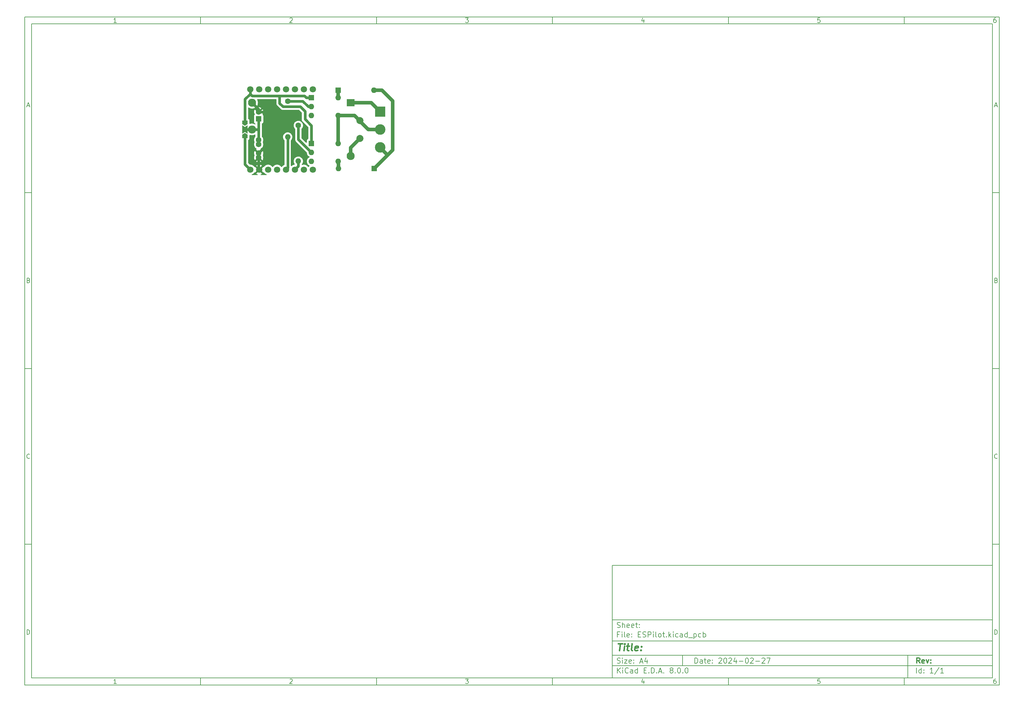
<source format=gtl>
G04 #@! TF.GenerationSoftware,KiCad,Pcbnew,8.0.0*
G04 #@! TF.CreationDate,2024-02-27T22:34:16+01:00*
G04 #@! TF.ProjectId,ESPilot,45535069-6c6f-4742-9e6b-696361645f70,rev?*
G04 #@! TF.SameCoordinates,PX6f32cc0PY1b2e020*
G04 #@! TF.FileFunction,Copper,L1,Top*
G04 #@! TF.FilePolarity,Positive*
%FSLAX46Y46*%
G04 Gerber Fmt 4.6, Leading zero omitted, Abs format (unit mm)*
G04 Created by KiCad (PCBNEW 8.0.0) date 2024-02-27 22:34:16*
%MOMM*%
%LPD*%
G01*
G04 APERTURE LIST*
G04 Aperture macros list*
%AMFreePoly0*
4,1,6,1.000000,0.000000,0.500000,-0.750000,-0.500000,-0.750000,-0.500000,0.750000,0.500000,0.750000,1.000000,0.000000,1.000000,0.000000,$1*%
%AMFreePoly1*
4,1,7,0.700000,0.000000,1.200000,-0.750000,-1.200000,-0.750000,-0.700000,0.000000,-1.200000,0.750000,1.200000,0.750000,0.700000,0.000000,0.700000,0.000000,$1*%
G04 Aperture macros list end*
%ADD10C,0.100000*%
%ADD11C,0.150000*%
%ADD12C,0.300000*%
%ADD13C,0.400000*%
G04 #@! TA.AperFunction,ComponentPad*
%ADD14C,1.600000*%
G04 #@! TD*
G04 #@! TA.AperFunction,ComponentPad*
%ADD15O,1.600000X1.600000*%
G04 #@! TD*
G04 #@! TA.AperFunction,ComponentPad*
%ADD16R,1.600000X1.600000*%
G04 #@! TD*
G04 #@! TA.AperFunction,ComponentPad*
%ADD17C,1.800000*%
G04 #@! TD*
G04 #@! TA.AperFunction,ComponentPad*
%ADD18C,2.000000*%
G04 #@! TD*
G04 #@! TA.AperFunction,SMDPad,CuDef*
%ADD19FreePoly0,90.000000*%
G04 #@! TD*
G04 #@! TA.AperFunction,SMDPad,CuDef*
%ADD20FreePoly1,90.000000*%
G04 #@! TD*
G04 #@! TA.AperFunction,SMDPad,CuDef*
%ADD21FreePoly0,270.000000*%
G04 #@! TD*
G04 #@! TA.AperFunction,ComponentPad*
%ADD22R,3.000000X3.000000*%
G04 #@! TD*
G04 #@! TA.AperFunction,ComponentPad*
%ADD23C,3.000000*%
G04 #@! TD*
G04 #@! TA.AperFunction,ComponentPad*
%ADD24R,2.300000X2.000000*%
G04 #@! TD*
G04 #@! TA.AperFunction,ComponentPad*
%ADD25C,2.300000*%
G04 #@! TD*
G04 #@! TA.AperFunction,Conductor*
%ADD26C,1.000000*%
G04 #@! TD*
G04 #@! TA.AperFunction,Conductor*
%ADD27C,0.800000*%
G04 #@! TD*
G04 APERTURE END LIST*
D10*
D11*
X60402200Y-137507200D02*
X168402200Y-137507200D01*
X168402200Y-169507200D01*
X60402200Y-169507200D01*
X60402200Y-137507200D01*
D10*
D11*
X-106600000Y18500000D02*
X170402200Y18500000D01*
X170402200Y-171507200D01*
X-106600000Y-171507200D01*
X-106600000Y18500000D01*
D10*
D11*
X-104600000Y16500000D02*
X168402200Y16500000D01*
X168402200Y-169507200D01*
X-104600000Y-169507200D01*
X-104600000Y16500000D01*
D10*
D11*
X-56600000Y16500000D02*
X-56600000Y18500000D01*
D10*
D11*
X-6600000Y16500000D02*
X-6600000Y18500000D01*
D10*
D11*
X43400000Y16500000D02*
X43400000Y18500000D01*
D10*
D11*
X93400000Y16500000D02*
X93400000Y18500000D01*
D10*
D11*
X143400000Y16500000D02*
X143400000Y18500000D01*
D10*
D11*
X-80510840Y16906396D02*
X-81253697Y16906396D01*
X-80882269Y16906396D02*
X-80882269Y18206396D01*
X-80882269Y18206396D02*
X-81006078Y18020681D01*
X-81006078Y18020681D02*
X-81129888Y17896872D01*
X-81129888Y17896872D02*
X-81253697Y17834967D01*
D10*
D11*
X-31253697Y18082586D02*
X-31191793Y18144491D01*
X-31191793Y18144491D02*
X-31067983Y18206396D01*
X-31067983Y18206396D02*
X-30758459Y18206396D01*
X-30758459Y18206396D02*
X-30634650Y18144491D01*
X-30634650Y18144491D02*
X-30572745Y18082586D01*
X-30572745Y18082586D02*
X-30510840Y17958777D01*
X-30510840Y17958777D02*
X-30510840Y17834967D01*
X-30510840Y17834967D02*
X-30572745Y17649253D01*
X-30572745Y17649253D02*
X-31315602Y16906396D01*
X-31315602Y16906396D02*
X-30510840Y16906396D01*
D10*
D11*
X18684398Y18206396D02*
X19489160Y18206396D01*
X19489160Y18206396D02*
X19055826Y17711158D01*
X19055826Y17711158D02*
X19241541Y17711158D01*
X19241541Y17711158D02*
X19365350Y17649253D01*
X19365350Y17649253D02*
X19427255Y17587348D01*
X19427255Y17587348D02*
X19489160Y17463539D01*
X19489160Y17463539D02*
X19489160Y17154015D01*
X19489160Y17154015D02*
X19427255Y17030205D01*
X19427255Y17030205D02*
X19365350Y16968300D01*
X19365350Y16968300D02*
X19241541Y16906396D01*
X19241541Y16906396D02*
X18870112Y16906396D01*
X18870112Y16906396D02*
X18746303Y16968300D01*
X18746303Y16968300D02*
X18684398Y17030205D01*
D10*
D11*
X69365350Y17773062D02*
X69365350Y16906396D01*
X69055826Y18268300D02*
X68746303Y17339729D01*
X68746303Y17339729D02*
X69551064Y17339729D01*
D10*
D11*
X119427255Y18206396D02*
X118808207Y18206396D01*
X118808207Y18206396D02*
X118746303Y17587348D01*
X118746303Y17587348D02*
X118808207Y17649253D01*
X118808207Y17649253D02*
X118932017Y17711158D01*
X118932017Y17711158D02*
X119241541Y17711158D01*
X119241541Y17711158D02*
X119365350Y17649253D01*
X119365350Y17649253D02*
X119427255Y17587348D01*
X119427255Y17587348D02*
X119489160Y17463539D01*
X119489160Y17463539D02*
X119489160Y17154015D01*
X119489160Y17154015D02*
X119427255Y17030205D01*
X119427255Y17030205D02*
X119365350Y16968300D01*
X119365350Y16968300D02*
X119241541Y16906396D01*
X119241541Y16906396D02*
X118932017Y16906396D01*
X118932017Y16906396D02*
X118808207Y16968300D01*
X118808207Y16968300D02*
X118746303Y17030205D01*
D10*
D11*
X169365350Y18206396D02*
X169117731Y18206396D01*
X169117731Y18206396D02*
X168993922Y18144491D01*
X168993922Y18144491D02*
X168932017Y18082586D01*
X168932017Y18082586D02*
X168808207Y17896872D01*
X168808207Y17896872D02*
X168746303Y17649253D01*
X168746303Y17649253D02*
X168746303Y17154015D01*
X168746303Y17154015D02*
X168808207Y17030205D01*
X168808207Y17030205D02*
X168870112Y16968300D01*
X168870112Y16968300D02*
X168993922Y16906396D01*
X168993922Y16906396D02*
X169241541Y16906396D01*
X169241541Y16906396D02*
X169365350Y16968300D01*
X169365350Y16968300D02*
X169427255Y17030205D01*
X169427255Y17030205D02*
X169489160Y17154015D01*
X169489160Y17154015D02*
X169489160Y17463539D01*
X169489160Y17463539D02*
X169427255Y17587348D01*
X169427255Y17587348D02*
X169365350Y17649253D01*
X169365350Y17649253D02*
X169241541Y17711158D01*
X169241541Y17711158D02*
X168993922Y17711158D01*
X168993922Y17711158D02*
X168870112Y17649253D01*
X168870112Y17649253D02*
X168808207Y17587348D01*
X168808207Y17587348D02*
X168746303Y17463539D01*
D10*
D11*
X-56600000Y-169507200D02*
X-56600000Y-171507200D01*
D10*
D11*
X-6600000Y-169507200D02*
X-6600000Y-171507200D01*
D10*
D11*
X43400000Y-169507200D02*
X43400000Y-171507200D01*
D10*
D11*
X93400000Y-169507200D02*
X93400000Y-171507200D01*
D10*
D11*
X143400000Y-169507200D02*
X143400000Y-171507200D01*
D10*
D11*
X-80510840Y-171100804D02*
X-81253697Y-171100804D01*
X-80882269Y-171100804D02*
X-80882269Y-169800804D01*
X-80882269Y-169800804D02*
X-81006078Y-169986519D01*
X-81006078Y-169986519D02*
X-81129888Y-170110328D01*
X-81129888Y-170110328D02*
X-81253697Y-170172233D01*
D10*
D11*
X-31253697Y-169924614D02*
X-31191793Y-169862709D01*
X-31191793Y-169862709D02*
X-31067983Y-169800804D01*
X-31067983Y-169800804D02*
X-30758459Y-169800804D01*
X-30758459Y-169800804D02*
X-30634650Y-169862709D01*
X-30634650Y-169862709D02*
X-30572745Y-169924614D01*
X-30572745Y-169924614D02*
X-30510840Y-170048423D01*
X-30510840Y-170048423D02*
X-30510840Y-170172233D01*
X-30510840Y-170172233D02*
X-30572745Y-170357947D01*
X-30572745Y-170357947D02*
X-31315602Y-171100804D01*
X-31315602Y-171100804D02*
X-30510840Y-171100804D01*
D10*
D11*
X18684398Y-169800804D02*
X19489160Y-169800804D01*
X19489160Y-169800804D02*
X19055826Y-170296042D01*
X19055826Y-170296042D02*
X19241541Y-170296042D01*
X19241541Y-170296042D02*
X19365350Y-170357947D01*
X19365350Y-170357947D02*
X19427255Y-170419852D01*
X19427255Y-170419852D02*
X19489160Y-170543661D01*
X19489160Y-170543661D02*
X19489160Y-170853185D01*
X19489160Y-170853185D02*
X19427255Y-170976995D01*
X19427255Y-170976995D02*
X19365350Y-171038900D01*
X19365350Y-171038900D02*
X19241541Y-171100804D01*
X19241541Y-171100804D02*
X18870112Y-171100804D01*
X18870112Y-171100804D02*
X18746303Y-171038900D01*
X18746303Y-171038900D02*
X18684398Y-170976995D01*
D10*
D11*
X69365350Y-170234138D02*
X69365350Y-171100804D01*
X69055826Y-169738900D02*
X68746303Y-170667471D01*
X68746303Y-170667471D02*
X69551064Y-170667471D01*
D10*
D11*
X119427255Y-169800804D02*
X118808207Y-169800804D01*
X118808207Y-169800804D02*
X118746303Y-170419852D01*
X118746303Y-170419852D02*
X118808207Y-170357947D01*
X118808207Y-170357947D02*
X118932017Y-170296042D01*
X118932017Y-170296042D02*
X119241541Y-170296042D01*
X119241541Y-170296042D02*
X119365350Y-170357947D01*
X119365350Y-170357947D02*
X119427255Y-170419852D01*
X119427255Y-170419852D02*
X119489160Y-170543661D01*
X119489160Y-170543661D02*
X119489160Y-170853185D01*
X119489160Y-170853185D02*
X119427255Y-170976995D01*
X119427255Y-170976995D02*
X119365350Y-171038900D01*
X119365350Y-171038900D02*
X119241541Y-171100804D01*
X119241541Y-171100804D02*
X118932017Y-171100804D01*
X118932017Y-171100804D02*
X118808207Y-171038900D01*
X118808207Y-171038900D02*
X118746303Y-170976995D01*
D10*
D11*
X169365350Y-169800804D02*
X169117731Y-169800804D01*
X169117731Y-169800804D02*
X168993922Y-169862709D01*
X168993922Y-169862709D02*
X168932017Y-169924614D01*
X168932017Y-169924614D02*
X168808207Y-170110328D01*
X168808207Y-170110328D02*
X168746303Y-170357947D01*
X168746303Y-170357947D02*
X168746303Y-170853185D01*
X168746303Y-170853185D02*
X168808207Y-170976995D01*
X168808207Y-170976995D02*
X168870112Y-171038900D01*
X168870112Y-171038900D02*
X168993922Y-171100804D01*
X168993922Y-171100804D02*
X169241541Y-171100804D01*
X169241541Y-171100804D02*
X169365350Y-171038900D01*
X169365350Y-171038900D02*
X169427255Y-170976995D01*
X169427255Y-170976995D02*
X169489160Y-170853185D01*
X169489160Y-170853185D02*
X169489160Y-170543661D01*
X169489160Y-170543661D02*
X169427255Y-170419852D01*
X169427255Y-170419852D02*
X169365350Y-170357947D01*
X169365350Y-170357947D02*
X169241541Y-170296042D01*
X169241541Y-170296042D02*
X168993922Y-170296042D01*
X168993922Y-170296042D02*
X168870112Y-170357947D01*
X168870112Y-170357947D02*
X168808207Y-170419852D01*
X168808207Y-170419852D02*
X168746303Y-170543661D01*
D10*
D11*
X-106600000Y-31500000D02*
X-104600000Y-31500000D01*
D10*
D11*
X-106600000Y-81500000D02*
X-104600000Y-81500000D01*
D10*
D11*
X-106600000Y-131500000D02*
X-104600000Y-131500000D01*
D10*
D11*
X-105909524Y-6722176D02*
X-105290477Y-6722176D01*
X-106033334Y-7093604D02*
X-105600001Y-5793604D01*
X-105600001Y-5793604D02*
X-105166667Y-7093604D01*
D10*
D11*
X-105507143Y-56412652D02*
X-105321429Y-56474557D01*
X-105321429Y-56474557D02*
X-105259524Y-56536461D01*
X-105259524Y-56536461D02*
X-105197620Y-56660271D01*
X-105197620Y-56660271D02*
X-105197620Y-56845985D01*
X-105197620Y-56845985D02*
X-105259524Y-56969795D01*
X-105259524Y-56969795D02*
X-105321429Y-57031700D01*
X-105321429Y-57031700D02*
X-105445239Y-57093604D01*
X-105445239Y-57093604D02*
X-105940477Y-57093604D01*
X-105940477Y-57093604D02*
X-105940477Y-55793604D01*
X-105940477Y-55793604D02*
X-105507143Y-55793604D01*
X-105507143Y-55793604D02*
X-105383334Y-55855509D01*
X-105383334Y-55855509D02*
X-105321429Y-55917414D01*
X-105321429Y-55917414D02*
X-105259524Y-56041223D01*
X-105259524Y-56041223D02*
X-105259524Y-56165033D01*
X-105259524Y-56165033D02*
X-105321429Y-56288842D01*
X-105321429Y-56288842D02*
X-105383334Y-56350747D01*
X-105383334Y-56350747D02*
X-105507143Y-56412652D01*
X-105507143Y-56412652D02*
X-105940477Y-56412652D01*
D10*
D11*
X-105197620Y-106969795D02*
X-105259524Y-107031700D01*
X-105259524Y-107031700D02*
X-105445239Y-107093604D01*
X-105445239Y-107093604D02*
X-105569048Y-107093604D01*
X-105569048Y-107093604D02*
X-105754762Y-107031700D01*
X-105754762Y-107031700D02*
X-105878572Y-106907890D01*
X-105878572Y-106907890D02*
X-105940477Y-106784080D01*
X-105940477Y-106784080D02*
X-106002381Y-106536461D01*
X-106002381Y-106536461D02*
X-106002381Y-106350747D01*
X-106002381Y-106350747D02*
X-105940477Y-106103128D01*
X-105940477Y-106103128D02*
X-105878572Y-105979319D01*
X-105878572Y-105979319D02*
X-105754762Y-105855509D01*
X-105754762Y-105855509D02*
X-105569048Y-105793604D01*
X-105569048Y-105793604D02*
X-105445239Y-105793604D01*
X-105445239Y-105793604D02*
X-105259524Y-105855509D01*
X-105259524Y-105855509D02*
X-105197620Y-105917414D01*
D10*
D11*
X-105940477Y-157093604D02*
X-105940477Y-155793604D01*
X-105940477Y-155793604D02*
X-105630953Y-155793604D01*
X-105630953Y-155793604D02*
X-105445239Y-155855509D01*
X-105445239Y-155855509D02*
X-105321429Y-155979319D01*
X-105321429Y-155979319D02*
X-105259524Y-156103128D01*
X-105259524Y-156103128D02*
X-105197620Y-156350747D01*
X-105197620Y-156350747D02*
X-105197620Y-156536461D01*
X-105197620Y-156536461D02*
X-105259524Y-156784080D01*
X-105259524Y-156784080D02*
X-105321429Y-156907890D01*
X-105321429Y-156907890D02*
X-105445239Y-157031700D01*
X-105445239Y-157031700D02*
X-105630953Y-157093604D01*
X-105630953Y-157093604D02*
X-105940477Y-157093604D01*
D10*
D11*
X170402200Y-31500000D02*
X168402200Y-31500000D01*
D10*
D11*
X170402200Y-81500000D02*
X168402200Y-81500000D01*
D10*
D11*
X170402200Y-131500000D02*
X168402200Y-131500000D01*
D10*
D11*
X169092676Y-6722176D02*
X169711723Y-6722176D01*
X168968866Y-7093604D02*
X169402199Y-5793604D01*
X169402199Y-5793604D02*
X169835533Y-7093604D01*
D10*
D11*
X169495057Y-56412652D02*
X169680771Y-56474557D01*
X169680771Y-56474557D02*
X169742676Y-56536461D01*
X169742676Y-56536461D02*
X169804580Y-56660271D01*
X169804580Y-56660271D02*
X169804580Y-56845985D01*
X169804580Y-56845985D02*
X169742676Y-56969795D01*
X169742676Y-56969795D02*
X169680771Y-57031700D01*
X169680771Y-57031700D02*
X169556961Y-57093604D01*
X169556961Y-57093604D02*
X169061723Y-57093604D01*
X169061723Y-57093604D02*
X169061723Y-55793604D01*
X169061723Y-55793604D02*
X169495057Y-55793604D01*
X169495057Y-55793604D02*
X169618866Y-55855509D01*
X169618866Y-55855509D02*
X169680771Y-55917414D01*
X169680771Y-55917414D02*
X169742676Y-56041223D01*
X169742676Y-56041223D02*
X169742676Y-56165033D01*
X169742676Y-56165033D02*
X169680771Y-56288842D01*
X169680771Y-56288842D02*
X169618866Y-56350747D01*
X169618866Y-56350747D02*
X169495057Y-56412652D01*
X169495057Y-56412652D02*
X169061723Y-56412652D01*
D10*
D11*
X169804580Y-106969795D02*
X169742676Y-107031700D01*
X169742676Y-107031700D02*
X169556961Y-107093604D01*
X169556961Y-107093604D02*
X169433152Y-107093604D01*
X169433152Y-107093604D02*
X169247438Y-107031700D01*
X169247438Y-107031700D02*
X169123628Y-106907890D01*
X169123628Y-106907890D02*
X169061723Y-106784080D01*
X169061723Y-106784080D02*
X168999819Y-106536461D01*
X168999819Y-106536461D02*
X168999819Y-106350747D01*
X168999819Y-106350747D02*
X169061723Y-106103128D01*
X169061723Y-106103128D02*
X169123628Y-105979319D01*
X169123628Y-105979319D02*
X169247438Y-105855509D01*
X169247438Y-105855509D02*
X169433152Y-105793604D01*
X169433152Y-105793604D02*
X169556961Y-105793604D01*
X169556961Y-105793604D02*
X169742676Y-105855509D01*
X169742676Y-105855509D02*
X169804580Y-105917414D01*
D10*
D11*
X169061723Y-157093604D02*
X169061723Y-155793604D01*
X169061723Y-155793604D02*
X169371247Y-155793604D01*
X169371247Y-155793604D02*
X169556961Y-155855509D01*
X169556961Y-155855509D02*
X169680771Y-155979319D01*
X169680771Y-155979319D02*
X169742676Y-156103128D01*
X169742676Y-156103128D02*
X169804580Y-156350747D01*
X169804580Y-156350747D02*
X169804580Y-156536461D01*
X169804580Y-156536461D02*
X169742676Y-156784080D01*
X169742676Y-156784080D02*
X169680771Y-156907890D01*
X169680771Y-156907890D02*
X169556961Y-157031700D01*
X169556961Y-157031700D02*
X169371247Y-157093604D01*
X169371247Y-157093604D02*
X169061723Y-157093604D01*
D10*
D11*
X83858026Y-165293328D02*
X83858026Y-163793328D01*
X83858026Y-163793328D02*
X84215169Y-163793328D01*
X84215169Y-163793328D02*
X84429455Y-163864757D01*
X84429455Y-163864757D02*
X84572312Y-164007614D01*
X84572312Y-164007614D02*
X84643741Y-164150471D01*
X84643741Y-164150471D02*
X84715169Y-164436185D01*
X84715169Y-164436185D02*
X84715169Y-164650471D01*
X84715169Y-164650471D02*
X84643741Y-164936185D01*
X84643741Y-164936185D02*
X84572312Y-165079042D01*
X84572312Y-165079042D02*
X84429455Y-165221900D01*
X84429455Y-165221900D02*
X84215169Y-165293328D01*
X84215169Y-165293328D02*
X83858026Y-165293328D01*
X86000884Y-165293328D02*
X86000884Y-164507614D01*
X86000884Y-164507614D02*
X85929455Y-164364757D01*
X85929455Y-164364757D02*
X85786598Y-164293328D01*
X85786598Y-164293328D02*
X85500884Y-164293328D01*
X85500884Y-164293328D02*
X85358026Y-164364757D01*
X86000884Y-165221900D02*
X85858026Y-165293328D01*
X85858026Y-165293328D02*
X85500884Y-165293328D01*
X85500884Y-165293328D02*
X85358026Y-165221900D01*
X85358026Y-165221900D02*
X85286598Y-165079042D01*
X85286598Y-165079042D02*
X85286598Y-164936185D01*
X85286598Y-164936185D02*
X85358026Y-164793328D01*
X85358026Y-164793328D02*
X85500884Y-164721900D01*
X85500884Y-164721900D02*
X85858026Y-164721900D01*
X85858026Y-164721900D02*
X86000884Y-164650471D01*
X86500884Y-164293328D02*
X87072312Y-164293328D01*
X86715169Y-163793328D02*
X86715169Y-165079042D01*
X86715169Y-165079042D02*
X86786598Y-165221900D01*
X86786598Y-165221900D02*
X86929455Y-165293328D01*
X86929455Y-165293328D02*
X87072312Y-165293328D01*
X88143741Y-165221900D02*
X88000884Y-165293328D01*
X88000884Y-165293328D02*
X87715170Y-165293328D01*
X87715170Y-165293328D02*
X87572312Y-165221900D01*
X87572312Y-165221900D02*
X87500884Y-165079042D01*
X87500884Y-165079042D02*
X87500884Y-164507614D01*
X87500884Y-164507614D02*
X87572312Y-164364757D01*
X87572312Y-164364757D02*
X87715170Y-164293328D01*
X87715170Y-164293328D02*
X88000884Y-164293328D01*
X88000884Y-164293328D02*
X88143741Y-164364757D01*
X88143741Y-164364757D02*
X88215170Y-164507614D01*
X88215170Y-164507614D02*
X88215170Y-164650471D01*
X88215170Y-164650471D02*
X87500884Y-164793328D01*
X88858026Y-165150471D02*
X88929455Y-165221900D01*
X88929455Y-165221900D02*
X88858026Y-165293328D01*
X88858026Y-165293328D02*
X88786598Y-165221900D01*
X88786598Y-165221900D02*
X88858026Y-165150471D01*
X88858026Y-165150471D02*
X88858026Y-165293328D01*
X88858026Y-164364757D02*
X88929455Y-164436185D01*
X88929455Y-164436185D02*
X88858026Y-164507614D01*
X88858026Y-164507614D02*
X88786598Y-164436185D01*
X88786598Y-164436185D02*
X88858026Y-164364757D01*
X88858026Y-164364757D02*
X88858026Y-164507614D01*
X90643741Y-163936185D02*
X90715169Y-163864757D01*
X90715169Y-163864757D02*
X90858027Y-163793328D01*
X90858027Y-163793328D02*
X91215169Y-163793328D01*
X91215169Y-163793328D02*
X91358027Y-163864757D01*
X91358027Y-163864757D02*
X91429455Y-163936185D01*
X91429455Y-163936185D02*
X91500884Y-164079042D01*
X91500884Y-164079042D02*
X91500884Y-164221900D01*
X91500884Y-164221900D02*
X91429455Y-164436185D01*
X91429455Y-164436185D02*
X90572312Y-165293328D01*
X90572312Y-165293328D02*
X91500884Y-165293328D01*
X92429455Y-163793328D02*
X92572312Y-163793328D01*
X92572312Y-163793328D02*
X92715169Y-163864757D01*
X92715169Y-163864757D02*
X92786598Y-163936185D01*
X92786598Y-163936185D02*
X92858026Y-164079042D01*
X92858026Y-164079042D02*
X92929455Y-164364757D01*
X92929455Y-164364757D02*
X92929455Y-164721900D01*
X92929455Y-164721900D02*
X92858026Y-165007614D01*
X92858026Y-165007614D02*
X92786598Y-165150471D01*
X92786598Y-165150471D02*
X92715169Y-165221900D01*
X92715169Y-165221900D02*
X92572312Y-165293328D01*
X92572312Y-165293328D02*
X92429455Y-165293328D01*
X92429455Y-165293328D02*
X92286598Y-165221900D01*
X92286598Y-165221900D02*
X92215169Y-165150471D01*
X92215169Y-165150471D02*
X92143740Y-165007614D01*
X92143740Y-165007614D02*
X92072312Y-164721900D01*
X92072312Y-164721900D02*
X92072312Y-164364757D01*
X92072312Y-164364757D02*
X92143740Y-164079042D01*
X92143740Y-164079042D02*
X92215169Y-163936185D01*
X92215169Y-163936185D02*
X92286598Y-163864757D01*
X92286598Y-163864757D02*
X92429455Y-163793328D01*
X93500883Y-163936185D02*
X93572311Y-163864757D01*
X93572311Y-163864757D02*
X93715169Y-163793328D01*
X93715169Y-163793328D02*
X94072311Y-163793328D01*
X94072311Y-163793328D02*
X94215169Y-163864757D01*
X94215169Y-163864757D02*
X94286597Y-163936185D01*
X94286597Y-163936185D02*
X94358026Y-164079042D01*
X94358026Y-164079042D02*
X94358026Y-164221900D01*
X94358026Y-164221900D02*
X94286597Y-164436185D01*
X94286597Y-164436185D02*
X93429454Y-165293328D01*
X93429454Y-165293328D02*
X94358026Y-165293328D01*
X95643740Y-164293328D02*
X95643740Y-165293328D01*
X95286597Y-163721900D02*
X94929454Y-164793328D01*
X94929454Y-164793328D02*
X95858025Y-164793328D01*
X96429453Y-164721900D02*
X97572311Y-164721900D01*
X98572311Y-163793328D02*
X98715168Y-163793328D01*
X98715168Y-163793328D02*
X98858025Y-163864757D01*
X98858025Y-163864757D02*
X98929454Y-163936185D01*
X98929454Y-163936185D02*
X99000882Y-164079042D01*
X99000882Y-164079042D02*
X99072311Y-164364757D01*
X99072311Y-164364757D02*
X99072311Y-164721900D01*
X99072311Y-164721900D02*
X99000882Y-165007614D01*
X99000882Y-165007614D02*
X98929454Y-165150471D01*
X98929454Y-165150471D02*
X98858025Y-165221900D01*
X98858025Y-165221900D02*
X98715168Y-165293328D01*
X98715168Y-165293328D02*
X98572311Y-165293328D01*
X98572311Y-165293328D02*
X98429454Y-165221900D01*
X98429454Y-165221900D02*
X98358025Y-165150471D01*
X98358025Y-165150471D02*
X98286596Y-165007614D01*
X98286596Y-165007614D02*
X98215168Y-164721900D01*
X98215168Y-164721900D02*
X98215168Y-164364757D01*
X98215168Y-164364757D02*
X98286596Y-164079042D01*
X98286596Y-164079042D02*
X98358025Y-163936185D01*
X98358025Y-163936185D02*
X98429454Y-163864757D01*
X98429454Y-163864757D02*
X98572311Y-163793328D01*
X99643739Y-163936185D02*
X99715167Y-163864757D01*
X99715167Y-163864757D02*
X99858025Y-163793328D01*
X99858025Y-163793328D02*
X100215167Y-163793328D01*
X100215167Y-163793328D02*
X100358025Y-163864757D01*
X100358025Y-163864757D02*
X100429453Y-163936185D01*
X100429453Y-163936185D02*
X100500882Y-164079042D01*
X100500882Y-164079042D02*
X100500882Y-164221900D01*
X100500882Y-164221900D02*
X100429453Y-164436185D01*
X100429453Y-164436185D02*
X99572310Y-165293328D01*
X99572310Y-165293328D02*
X100500882Y-165293328D01*
X101143738Y-164721900D02*
X102286596Y-164721900D01*
X102929453Y-163936185D02*
X103000881Y-163864757D01*
X103000881Y-163864757D02*
X103143739Y-163793328D01*
X103143739Y-163793328D02*
X103500881Y-163793328D01*
X103500881Y-163793328D02*
X103643739Y-163864757D01*
X103643739Y-163864757D02*
X103715167Y-163936185D01*
X103715167Y-163936185D02*
X103786596Y-164079042D01*
X103786596Y-164079042D02*
X103786596Y-164221900D01*
X103786596Y-164221900D02*
X103715167Y-164436185D01*
X103715167Y-164436185D02*
X102858024Y-165293328D01*
X102858024Y-165293328D02*
X103786596Y-165293328D01*
X104286595Y-163793328D02*
X105286595Y-163793328D01*
X105286595Y-163793328D02*
X104643738Y-165293328D01*
D10*
D11*
X60402200Y-166007200D02*
X168402200Y-166007200D01*
D10*
D11*
X61858026Y-168093328D02*
X61858026Y-166593328D01*
X62715169Y-168093328D02*
X62072312Y-167236185D01*
X62715169Y-166593328D02*
X61858026Y-167450471D01*
X63358026Y-168093328D02*
X63358026Y-167093328D01*
X63358026Y-166593328D02*
X63286598Y-166664757D01*
X63286598Y-166664757D02*
X63358026Y-166736185D01*
X63358026Y-166736185D02*
X63429455Y-166664757D01*
X63429455Y-166664757D02*
X63358026Y-166593328D01*
X63358026Y-166593328D02*
X63358026Y-166736185D01*
X64929455Y-167950471D02*
X64858027Y-168021900D01*
X64858027Y-168021900D02*
X64643741Y-168093328D01*
X64643741Y-168093328D02*
X64500884Y-168093328D01*
X64500884Y-168093328D02*
X64286598Y-168021900D01*
X64286598Y-168021900D02*
X64143741Y-167879042D01*
X64143741Y-167879042D02*
X64072312Y-167736185D01*
X64072312Y-167736185D02*
X64000884Y-167450471D01*
X64000884Y-167450471D02*
X64000884Y-167236185D01*
X64000884Y-167236185D02*
X64072312Y-166950471D01*
X64072312Y-166950471D02*
X64143741Y-166807614D01*
X64143741Y-166807614D02*
X64286598Y-166664757D01*
X64286598Y-166664757D02*
X64500884Y-166593328D01*
X64500884Y-166593328D02*
X64643741Y-166593328D01*
X64643741Y-166593328D02*
X64858027Y-166664757D01*
X64858027Y-166664757D02*
X64929455Y-166736185D01*
X66215170Y-168093328D02*
X66215170Y-167307614D01*
X66215170Y-167307614D02*
X66143741Y-167164757D01*
X66143741Y-167164757D02*
X66000884Y-167093328D01*
X66000884Y-167093328D02*
X65715170Y-167093328D01*
X65715170Y-167093328D02*
X65572312Y-167164757D01*
X66215170Y-168021900D02*
X66072312Y-168093328D01*
X66072312Y-168093328D02*
X65715170Y-168093328D01*
X65715170Y-168093328D02*
X65572312Y-168021900D01*
X65572312Y-168021900D02*
X65500884Y-167879042D01*
X65500884Y-167879042D02*
X65500884Y-167736185D01*
X65500884Y-167736185D02*
X65572312Y-167593328D01*
X65572312Y-167593328D02*
X65715170Y-167521900D01*
X65715170Y-167521900D02*
X66072312Y-167521900D01*
X66072312Y-167521900D02*
X66215170Y-167450471D01*
X67572313Y-168093328D02*
X67572313Y-166593328D01*
X67572313Y-168021900D02*
X67429455Y-168093328D01*
X67429455Y-168093328D02*
X67143741Y-168093328D01*
X67143741Y-168093328D02*
X67000884Y-168021900D01*
X67000884Y-168021900D02*
X66929455Y-167950471D01*
X66929455Y-167950471D02*
X66858027Y-167807614D01*
X66858027Y-167807614D02*
X66858027Y-167379042D01*
X66858027Y-167379042D02*
X66929455Y-167236185D01*
X66929455Y-167236185D02*
X67000884Y-167164757D01*
X67000884Y-167164757D02*
X67143741Y-167093328D01*
X67143741Y-167093328D02*
X67429455Y-167093328D01*
X67429455Y-167093328D02*
X67572313Y-167164757D01*
X69429455Y-167307614D02*
X69929455Y-167307614D01*
X70143741Y-168093328D02*
X69429455Y-168093328D01*
X69429455Y-168093328D02*
X69429455Y-166593328D01*
X69429455Y-166593328D02*
X70143741Y-166593328D01*
X70786598Y-167950471D02*
X70858027Y-168021900D01*
X70858027Y-168021900D02*
X70786598Y-168093328D01*
X70786598Y-168093328D02*
X70715170Y-168021900D01*
X70715170Y-168021900D02*
X70786598Y-167950471D01*
X70786598Y-167950471D02*
X70786598Y-168093328D01*
X71500884Y-168093328D02*
X71500884Y-166593328D01*
X71500884Y-166593328D02*
X71858027Y-166593328D01*
X71858027Y-166593328D02*
X72072313Y-166664757D01*
X72072313Y-166664757D02*
X72215170Y-166807614D01*
X72215170Y-166807614D02*
X72286599Y-166950471D01*
X72286599Y-166950471D02*
X72358027Y-167236185D01*
X72358027Y-167236185D02*
X72358027Y-167450471D01*
X72358027Y-167450471D02*
X72286599Y-167736185D01*
X72286599Y-167736185D02*
X72215170Y-167879042D01*
X72215170Y-167879042D02*
X72072313Y-168021900D01*
X72072313Y-168021900D02*
X71858027Y-168093328D01*
X71858027Y-168093328D02*
X71500884Y-168093328D01*
X73000884Y-167950471D02*
X73072313Y-168021900D01*
X73072313Y-168021900D02*
X73000884Y-168093328D01*
X73000884Y-168093328D02*
X72929456Y-168021900D01*
X72929456Y-168021900D02*
X73000884Y-167950471D01*
X73000884Y-167950471D02*
X73000884Y-168093328D01*
X73643742Y-167664757D02*
X74358028Y-167664757D01*
X73500885Y-168093328D02*
X74000885Y-166593328D01*
X74000885Y-166593328D02*
X74500885Y-168093328D01*
X75000884Y-167950471D02*
X75072313Y-168021900D01*
X75072313Y-168021900D02*
X75000884Y-168093328D01*
X75000884Y-168093328D02*
X74929456Y-168021900D01*
X74929456Y-168021900D02*
X75000884Y-167950471D01*
X75000884Y-167950471D02*
X75000884Y-168093328D01*
X77072313Y-167236185D02*
X76929456Y-167164757D01*
X76929456Y-167164757D02*
X76858027Y-167093328D01*
X76858027Y-167093328D02*
X76786599Y-166950471D01*
X76786599Y-166950471D02*
X76786599Y-166879042D01*
X76786599Y-166879042D02*
X76858027Y-166736185D01*
X76858027Y-166736185D02*
X76929456Y-166664757D01*
X76929456Y-166664757D02*
X77072313Y-166593328D01*
X77072313Y-166593328D02*
X77358027Y-166593328D01*
X77358027Y-166593328D02*
X77500885Y-166664757D01*
X77500885Y-166664757D02*
X77572313Y-166736185D01*
X77572313Y-166736185D02*
X77643742Y-166879042D01*
X77643742Y-166879042D02*
X77643742Y-166950471D01*
X77643742Y-166950471D02*
X77572313Y-167093328D01*
X77572313Y-167093328D02*
X77500885Y-167164757D01*
X77500885Y-167164757D02*
X77358027Y-167236185D01*
X77358027Y-167236185D02*
X77072313Y-167236185D01*
X77072313Y-167236185D02*
X76929456Y-167307614D01*
X76929456Y-167307614D02*
X76858027Y-167379042D01*
X76858027Y-167379042D02*
X76786599Y-167521900D01*
X76786599Y-167521900D02*
X76786599Y-167807614D01*
X76786599Y-167807614D02*
X76858027Y-167950471D01*
X76858027Y-167950471D02*
X76929456Y-168021900D01*
X76929456Y-168021900D02*
X77072313Y-168093328D01*
X77072313Y-168093328D02*
X77358027Y-168093328D01*
X77358027Y-168093328D02*
X77500885Y-168021900D01*
X77500885Y-168021900D02*
X77572313Y-167950471D01*
X77572313Y-167950471D02*
X77643742Y-167807614D01*
X77643742Y-167807614D02*
X77643742Y-167521900D01*
X77643742Y-167521900D02*
X77572313Y-167379042D01*
X77572313Y-167379042D02*
X77500885Y-167307614D01*
X77500885Y-167307614D02*
X77358027Y-167236185D01*
X78286598Y-167950471D02*
X78358027Y-168021900D01*
X78358027Y-168021900D02*
X78286598Y-168093328D01*
X78286598Y-168093328D02*
X78215170Y-168021900D01*
X78215170Y-168021900D02*
X78286598Y-167950471D01*
X78286598Y-167950471D02*
X78286598Y-168093328D01*
X79286599Y-166593328D02*
X79429456Y-166593328D01*
X79429456Y-166593328D02*
X79572313Y-166664757D01*
X79572313Y-166664757D02*
X79643742Y-166736185D01*
X79643742Y-166736185D02*
X79715170Y-166879042D01*
X79715170Y-166879042D02*
X79786599Y-167164757D01*
X79786599Y-167164757D02*
X79786599Y-167521900D01*
X79786599Y-167521900D02*
X79715170Y-167807614D01*
X79715170Y-167807614D02*
X79643742Y-167950471D01*
X79643742Y-167950471D02*
X79572313Y-168021900D01*
X79572313Y-168021900D02*
X79429456Y-168093328D01*
X79429456Y-168093328D02*
X79286599Y-168093328D01*
X79286599Y-168093328D02*
X79143742Y-168021900D01*
X79143742Y-168021900D02*
X79072313Y-167950471D01*
X79072313Y-167950471D02*
X79000884Y-167807614D01*
X79000884Y-167807614D02*
X78929456Y-167521900D01*
X78929456Y-167521900D02*
X78929456Y-167164757D01*
X78929456Y-167164757D02*
X79000884Y-166879042D01*
X79000884Y-166879042D02*
X79072313Y-166736185D01*
X79072313Y-166736185D02*
X79143742Y-166664757D01*
X79143742Y-166664757D02*
X79286599Y-166593328D01*
X80429455Y-167950471D02*
X80500884Y-168021900D01*
X80500884Y-168021900D02*
X80429455Y-168093328D01*
X80429455Y-168093328D02*
X80358027Y-168021900D01*
X80358027Y-168021900D02*
X80429455Y-167950471D01*
X80429455Y-167950471D02*
X80429455Y-168093328D01*
X81429456Y-166593328D02*
X81572313Y-166593328D01*
X81572313Y-166593328D02*
X81715170Y-166664757D01*
X81715170Y-166664757D02*
X81786599Y-166736185D01*
X81786599Y-166736185D02*
X81858027Y-166879042D01*
X81858027Y-166879042D02*
X81929456Y-167164757D01*
X81929456Y-167164757D02*
X81929456Y-167521900D01*
X81929456Y-167521900D02*
X81858027Y-167807614D01*
X81858027Y-167807614D02*
X81786599Y-167950471D01*
X81786599Y-167950471D02*
X81715170Y-168021900D01*
X81715170Y-168021900D02*
X81572313Y-168093328D01*
X81572313Y-168093328D02*
X81429456Y-168093328D01*
X81429456Y-168093328D02*
X81286599Y-168021900D01*
X81286599Y-168021900D02*
X81215170Y-167950471D01*
X81215170Y-167950471D02*
X81143741Y-167807614D01*
X81143741Y-167807614D02*
X81072313Y-167521900D01*
X81072313Y-167521900D02*
X81072313Y-167164757D01*
X81072313Y-167164757D02*
X81143741Y-166879042D01*
X81143741Y-166879042D02*
X81215170Y-166736185D01*
X81215170Y-166736185D02*
X81286599Y-166664757D01*
X81286599Y-166664757D02*
X81429456Y-166593328D01*
D10*
D11*
X60402200Y-163007200D02*
X168402200Y-163007200D01*
D10*
D12*
X147813853Y-165285528D02*
X147313853Y-164571242D01*
X146956710Y-165285528D02*
X146956710Y-163785528D01*
X146956710Y-163785528D02*
X147528139Y-163785528D01*
X147528139Y-163785528D02*
X147670996Y-163856957D01*
X147670996Y-163856957D02*
X147742425Y-163928385D01*
X147742425Y-163928385D02*
X147813853Y-164071242D01*
X147813853Y-164071242D02*
X147813853Y-164285528D01*
X147813853Y-164285528D02*
X147742425Y-164428385D01*
X147742425Y-164428385D02*
X147670996Y-164499814D01*
X147670996Y-164499814D02*
X147528139Y-164571242D01*
X147528139Y-164571242D02*
X146956710Y-164571242D01*
X149028139Y-165214100D02*
X148885282Y-165285528D01*
X148885282Y-165285528D02*
X148599568Y-165285528D01*
X148599568Y-165285528D02*
X148456710Y-165214100D01*
X148456710Y-165214100D02*
X148385282Y-165071242D01*
X148385282Y-165071242D02*
X148385282Y-164499814D01*
X148385282Y-164499814D02*
X148456710Y-164356957D01*
X148456710Y-164356957D02*
X148599568Y-164285528D01*
X148599568Y-164285528D02*
X148885282Y-164285528D01*
X148885282Y-164285528D02*
X149028139Y-164356957D01*
X149028139Y-164356957D02*
X149099568Y-164499814D01*
X149099568Y-164499814D02*
X149099568Y-164642671D01*
X149099568Y-164642671D02*
X148385282Y-164785528D01*
X149599567Y-164285528D02*
X149956710Y-165285528D01*
X149956710Y-165285528D02*
X150313853Y-164285528D01*
X150885281Y-165142671D02*
X150956710Y-165214100D01*
X150956710Y-165214100D02*
X150885281Y-165285528D01*
X150885281Y-165285528D02*
X150813853Y-165214100D01*
X150813853Y-165214100D02*
X150885281Y-165142671D01*
X150885281Y-165142671D02*
X150885281Y-165285528D01*
X150885281Y-164356957D02*
X150956710Y-164428385D01*
X150956710Y-164428385D02*
X150885281Y-164499814D01*
X150885281Y-164499814D02*
X150813853Y-164428385D01*
X150813853Y-164428385D02*
X150885281Y-164356957D01*
X150885281Y-164356957D02*
X150885281Y-164499814D01*
D10*
D11*
X61786598Y-165221900D02*
X62000884Y-165293328D01*
X62000884Y-165293328D02*
X62358026Y-165293328D01*
X62358026Y-165293328D02*
X62500884Y-165221900D01*
X62500884Y-165221900D02*
X62572312Y-165150471D01*
X62572312Y-165150471D02*
X62643741Y-165007614D01*
X62643741Y-165007614D02*
X62643741Y-164864757D01*
X62643741Y-164864757D02*
X62572312Y-164721900D01*
X62572312Y-164721900D02*
X62500884Y-164650471D01*
X62500884Y-164650471D02*
X62358026Y-164579042D01*
X62358026Y-164579042D02*
X62072312Y-164507614D01*
X62072312Y-164507614D02*
X61929455Y-164436185D01*
X61929455Y-164436185D02*
X61858026Y-164364757D01*
X61858026Y-164364757D02*
X61786598Y-164221900D01*
X61786598Y-164221900D02*
X61786598Y-164079042D01*
X61786598Y-164079042D02*
X61858026Y-163936185D01*
X61858026Y-163936185D02*
X61929455Y-163864757D01*
X61929455Y-163864757D02*
X62072312Y-163793328D01*
X62072312Y-163793328D02*
X62429455Y-163793328D01*
X62429455Y-163793328D02*
X62643741Y-163864757D01*
X63286597Y-165293328D02*
X63286597Y-164293328D01*
X63286597Y-163793328D02*
X63215169Y-163864757D01*
X63215169Y-163864757D02*
X63286597Y-163936185D01*
X63286597Y-163936185D02*
X63358026Y-163864757D01*
X63358026Y-163864757D02*
X63286597Y-163793328D01*
X63286597Y-163793328D02*
X63286597Y-163936185D01*
X63858026Y-164293328D02*
X64643741Y-164293328D01*
X64643741Y-164293328D02*
X63858026Y-165293328D01*
X63858026Y-165293328D02*
X64643741Y-165293328D01*
X65786598Y-165221900D02*
X65643741Y-165293328D01*
X65643741Y-165293328D02*
X65358027Y-165293328D01*
X65358027Y-165293328D02*
X65215169Y-165221900D01*
X65215169Y-165221900D02*
X65143741Y-165079042D01*
X65143741Y-165079042D02*
X65143741Y-164507614D01*
X65143741Y-164507614D02*
X65215169Y-164364757D01*
X65215169Y-164364757D02*
X65358027Y-164293328D01*
X65358027Y-164293328D02*
X65643741Y-164293328D01*
X65643741Y-164293328D02*
X65786598Y-164364757D01*
X65786598Y-164364757D02*
X65858027Y-164507614D01*
X65858027Y-164507614D02*
X65858027Y-164650471D01*
X65858027Y-164650471D02*
X65143741Y-164793328D01*
X66500883Y-165150471D02*
X66572312Y-165221900D01*
X66572312Y-165221900D02*
X66500883Y-165293328D01*
X66500883Y-165293328D02*
X66429455Y-165221900D01*
X66429455Y-165221900D02*
X66500883Y-165150471D01*
X66500883Y-165150471D02*
X66500883Y-165293328D01*
X66500883Y-164364757D02*
X66572312Y-164436185D01*
X66572312Y-164436185D02*
X66500883Y-164507614D01*
X66500883Y-164507614D02*
X66429455Y-164436185D01*
X66429455Y-164436185D02*
X66500883Y-164364757D01*
X66500883Y-164364757D02*
X66500883Y-164507614D01*
X68286598Y-164864757D02*
X69000884Y-164864757D01*
X68143741Y-165293328D02*
X68643741Y-163793328D01*
X68643741Y-163793328D02*
X69143741Y-165293328D01*
X70286598Y-164293328D02*
X70286598Y-165293328D01*
X69929455Y-163721900D02*
X69572312Y-164793328D01*
X69572312Y-164793328D02*
X70500883Y-164793328D01*
D10*
D11*
X146858026Y-168093328D02*
X146858026Y-166593328D01*
X148215170Y-168093328D02*
X148215170Y-166593328D01*
X148215170Y-168021900D02*
X148072312Y-168093328D01*
X148072312Y-168093328D02*
X147786598Y-168093328D01*
X147786598Y-168093328D02*
X147643741Y-168021900D01*
X147643741Y-168021900D02*
X147572312Y-167950471D01*
X147572312Y-167950471D02*
X147500884Y-167807614D01*
X147500884Y-167807614D02*
X147500884Y-167379042D01*
X147500884Y-167379042D02*
X147572312Y-167236185D01*
X147572312Y-167236185D02*
X147643741Y-167164757D01*
X147643741Y-167164757D02*
X147786598Y-167093328D01*
X147786598Y-167093328D02*
X148072312Y-167093328D01*
X148072312Y-167093328D02*
X148215170Y-167164757D01*
X148929455Y-167950471D02*
X149000884Y-168021900D01*
X149000884Y-168021900D02*
X148929455Y-168093328D01*
X148929455Y-168093328D02*
X148858027Y-168021900D01*
X148858027Y-168021900D02*
X148929455Y-167950471D01*
X148929455Y-167950471D02*
X148929455Y-168093328D01*
X148929455Y-167164757D02*
X149000884Y-167236185D01*
X149000884Y-167236185D02*
X148929455Y-167307614D01*
X148929455Y-167307614D02*
X148858027Y-167236185D01*
X148858027Y-167236185D02*
X148929455Y-167164757D01*
X148929455Y-167164757D02*
X148929455Y-167307614D01*
X151572313Y-168093328D02*
X150715170Y-168093328D01*
X151143741Y-168093328D02*
X151143741Y-166593328D01*
X151143741Y-166593328D02*
X151000884Y-166807614D01*
X151000884Y-166807614D02*
X150858027Y-166950471D01*
X150858027Y-166950471D02*
X150715170Y-167021900D01*
X153286598Y-166521900D02*
X152000884Y-168450471D01*
X154572313Y-168093328D02*
X153715170Y-168093328D01*
X154143741Y-168093328D02*
X154143741Y-166593328D01*
X154143741Y-166593328D02*
X154000884Y-166807614D01*
X154000884Y-166807614D02*
X153858027Y-166950471D01*
X153858027Y-166950471D02*
X153715170Y-167021900D01*
D10*
D11*
X60402200Y-159007200D02*
X168402200Y-159007200D01*
D10*
D13*
X62093928Y-159711638D02*
X63236785Y-159711638D01*
X62415357Y-161711638D02*
X62665357Y-159711638D01*
X63653452Y-161711638D02*
X63820119Y-160378304D01*
X63903452Y-159711638D02*
X63796309Y-159806876D01*
X63796309Y-159806876D02*
X63879643Y-159902114D01*
X63879643Y-159902114D02*
X63986786Y-159806876D01*
X63986786Y-159806876D02*
X63903452Y-159711638D01*
X63903452Y-159711638D02*
X63879643Y-159902114D01*
X64486786Y-160378304D02*
X65248690Y-160378304D01*
X64855833Y-159711638D02*
X64641548Y-161425923D01*
X64641548Y-161425923D02*
X64712976Y-161616400D01*
X64712976Y-161616400D02*
X64891548Y-161711638D01*
X64891548Y-161711638D02*
X65082024Y-161711638D01*
X66034405Y-161711638D02*
X65855833Y-161616400D01*
X65855833Y-161616400D02*
X65784405Y-161425923D01*
X65784405Y-161425923D02*
X65998690Y-159711638D01*
X67570119Y-161616400D02*
X67367738Y-161711638D01*
X67367738Y-161711638D02*
X66986785Y-161711638D01*
X66986785Y-161711638D02*
X66808214Y-161616400D01*
X66808214Y-161616400D02*
X66736785Y-161425923D01*
X66736785Y-161425923D02*
X66832024Y-160664019D01*
X66832024Y-160664019D02*
X66951071Y-160473542D01*
X66951071Y-160473542D02*
X67153452Y-160378304D01*
X67153452Y-160378304D02*
X67534404Y-160378304D01*
X67534404Y-160378304D02*
X67712976Y-160473542D01*
X67712976Y-160473542D02*
X67784404Y-160664019D01*
X67784404Y-160664019D02*
X67760595Y-160854495D01*
X67760595Y-160854495D02*
X66784404Y-161044971D01*
X68534405Y-161521161D02*
X68617738Y-161616400D01*
X68617738Y-161616400D02*
X68510595Y-161711638D01*
X68510595Y-161711638D02*
X68427262Y-161616400D01*
X68427262Y-161616400D02*
X68534405Y-161521161D01*
X68534405Y-161521161D02*
X68510595Y-161711638D01*
X68665357Y-160473542D02*
X68748690Y-160568780D01*
X68748690Y-160568780D02*
X68641548Y-160664019D01*
X68641548Y-160664019D02*
X68558214Y-160568780D01*
X68558214Y-160568780D02*
X68665357Y-160473542D01*
X68665357Y-160473542D02*
X68641548Y-160664019D01*
D10*
D11*
X62358026Y-157107614D02*
X61858026Y-157107614D01*
X61858026Y-157893328D02*
X61858026Y-156393328D01*
X61858026Y-156393328D02*
X62572312Y-156393328D01*
X63143740Y-157893328D02*
X63143740Y-156893328D01*
X63143740Y-156393328D02*
X63072312Y-156464757D01*
X63072312Y-156464757D02*
X63143740Y-156536185D01*
X63143740Y-156536185D02*
X63215169Y-156464757D01*
X63215169Y-156464757D02*
X63143740Y-156393328D01*
X63143740Y-156393328D02*
X63143740Y-156536185D01*
X64072312Y-157893328D02*
X63929455Y-157821900D01*
X63929455Y-157821900D02*
X63858026Y-157679042D01*
X63858026Y-157679042D02*
X63858026Y-156393328D01*
X65215169Y-157821900D02*
X65072312Y-157893328D01*
X65072312Y-157893328D02*
X64786598Y-157893328D01*
X64786598Y-157893328D02*
X64643740Y-157821900D01*
X64643740Y-157821900D02*
X64572312Y-157679042D01*
X64572312Y-157679042D02*
X64572312Y-157107614D01*
X64572312Y-157107614D02*
X64643740Y-156964757D01*
X64643740Y-156964757D02*
X64786598Y-156893328D01*
X64786598Y-156893328D02*
X65072312Y-156893328D01*
X65072312Y-156893328D02*
X65215169Y-156964757D01*
X65215169Y-156964757D02*
X65286598Y-157107614D01*
X65286598Y-157107614D02*
X65286598Y-157250471D01*
X65286598Y-157250471D02*
X64572312Y-157393328D01*
X65929454Y-157750471D02*
X66000883Y-157821900D01*
X66000883Y-157821900D02*
X65929454Y-157893328D01*
X65929454Y-157893328D02*
X65858026Y-157821900D01*
X65858026Y-157821900D02*
X65929454Y-157750471D01*
X65929454Y-157750471D02*
X65929454Y-157893328D01*
X65929454Y-156964757D02*
X66000883Y-157036185D01*
X66000883Y-157036185D02*
X65929454Y-157107614D01*
X65929454Y-157107614D02*
X65858026Y-157036185D01*
X65858026Y-157036185D02*
X65929454Y-156964757D01*
X65929454Y-156964757D02*
X65929454Y-157107614D01*
X67786597Y-157107614D02*
X68286597Y-157107614D01*
X68500883Y-157893328D02*
X67786597Y-157893328D01*
X67786597Y-157893328D02*
X67786597Y-156393328D01*
X67786597Y-156393328D02*
X68500883Y-156393328D01*
X69072312Y-157821900D02*
X69286598Y-157893328D01*
X69286598Y-157893328D02*
X69643740Y-157893328D01*
X69643740Y-157893328D02*
X69786598Y-157821900D01*
X69786598Y-157821900D02*
X69858026Y-157750471D01*
X69858026Y-157750471D02*
X69929455Y-157607614D01*
X69929455Y-157607614D02*
X69929455Y-157464757D01*
X69929455Y-157464757D02*
X69858026Y-157321900D01*
X69858026Y-157321900D02*
X69786598Y-157250471D01*
X69786598Y-157250471D02*
X69643740Y-157179042D01*
X69643740Y-157179042D02*
X69358026Y-157107614D01*
X69358026Y-157107614D02*
X69215169Y-157036185D01*
X69215169Y-157036185D02*
X69143740Y-156964757D01*
X69143740Y-156964757D02*
X69072312Y-156821900D01*
X69072312Y-156821900D02*
X69072312Y-156679042D01*
X69072312Y-156679042D02*
X69143740Y-156536185D01*
X69143740Y-156536185D02*
X69215169Y-156464757D01*
X69215169Y-156464757D02*
X69358026Y-156393328D01*
X69358026Y-156393328D02*
X69715169Y-156393328D01*
X69715169Y-156393328D02*
X69929455Y-156464757D01*
X70572311Y-157893328D02*
X70572311Y-156393328D01*
X70572311Y-156393328D02*
X71143740Y-156393328D01*
X71143740Y-156393328D02*
X71286597Y-156464757D01*
X71286597Y-156464757D02*
X71358026Y-156536185D01*
X71358026Y-156536185D02*
X71429454Y-156679042D01*
X71429454Y-156679042D02*
X71429454Y-156893328D01*
X71429454Y-156893328D02*
X71358026Y-157036185D01*
X71358026Y-157036185D02*
X71286597Y-157107614D01*
X71286597Y-157107614D02*
X71143740Y-157179042D01*
X71143740Y-157179042D02*
X70572311Y-157179042D01*
X72072311Y-157893328D02*
X72072311Y-156893328D01*
X72072311Y-156393328D02*
X72000883Y-156464757D01*
X72000883Y-156464757D02*
X72072311Y-156536185D01*
X72072311Y-156536185D02*
X72143740Y-156464757D01*
X72143740Y-156464757D02*
X72072311Y-156393328D01*
X72072311Y-156393328D02*
X72072311Y-156536185D01*
X73000883Y-157893328D02*
X72858026Y-157821900D01*
X72858026Y-157821900D02*
X72786597Y-157679042D01*
X72786597Y-157679042D02*
X72786597Y-156393328D01*
X73786597Y-157893328D02*
X73643740Y-157821900D01*
X73643740Y-157821900D02*
X73572311Y-157750471D01*
X73572311Y-157750471D02*
X73500883Y-157607614D01*
X73500883Y-157607614D02*
X73500883Y-157179042D01*
X73500883Y-157179042D02*
X73572311Y-157036185D01*
X73572311Y-157036185D02*
X73643740Y-156964757D01*
X73643740Y-156964757D02*
X73786597Y-156893328D01*
X73786597Y-156893328D02*
X74000883Y-156893328D01*
X74000883Y-156893328D02*
X74143740Y-156964757D01*
X74143740Y-156964757D02*
X74215169Y-157036185D01*
X74215169Y-157036185D02*
X74286597Y-157179042D01*
X74286597Y-157179042D02*
X74286597Y-157607614D01*
X74286597Y-157607614D02*
X74215169Y-157750471D01*
X74215169Y-157750471D02*
X74143740Y-157821900D01*
X74143740Y-157821900D02*
X74000883Y-157893328D01*
X74000883Y-157893328D02*
X73786597Y-157893328D01*
X74715169Y-156893328D02*
X75286597Y-156893328D01*
X74929454Y-156393328D02*
X74929454Y-157679042D01*
X74929454Y-157679042D02*
X75000883Y-157821900D01*
X75000883Y-157821900D02*
X75143740Y-157893328D01*
X75143740Y-157893328D02*
X75286597Y-157893328D01*
X75786597Y-157750471D02*
X75858026Y-157821900D01*
X75858026Y-157821900D02*
X75786597Y-157893328D01*
X75786597Y-157893328D02*
X75715169Y-157821900D01*
X75715169Y-157821900D02*
X75786597Y-157750471D01*
X75786597Y-157750471D02*
X75786597Y-157893328D01*
X76500883Y-157893328D02*
X76500883Y-156393328D01*
X76643741Y-157321900D02*
X77072312Y-157893328D01*
X77072312Y-156893328D02*
X76500883Y-157464757D01*
X77715169Y-157893328D02*
X77715169Y-156893328D01*
X77715169Y-156393328D02*
X77643741Y-156464757D01*
X77643741Y-156464757D02*
X77715169Y-156536185D01*
X77715169Y-156536185D02*
X77786598Y-156464757D01*
X77786598Y-156464757D02*
X77715169Y-156393328D01*
X77715169Y-156393328D02*
X77715169Y-156536185D01*
X79072313Y-157821900D02*
X78929455Y-157893328D01*
X78929455Y-157893328D02*
X78643741Y-157893328D01*
X78643741Y-157893328D02*
X78500884Y-157821900D01*
X78500884Y-157821900D02*
X78429455Y-157750471D01*
X78429455Y-157750471D02*
X78358027Y-157607614D01*
X78358027Y-157607614D02*
X78358027Y-157179042D01*
X78358027Y-157179042D02*
X78429455Y-157036185D01*
X78429455Y-157036185D02*
X78500884Y-156964757D01*
X78500884Y-156964757D02*
X78643741Y-156893328D01*
X78643741Y-156893328D02*
X78929455Y-156893328D01*
X78929455Y-156893328D02*
X79072313Y-156964757D01*
X80358027Y-157893328D02*
X80358027Y-157107614D01*
X80358027Y-157107614D02*
X80286598Y-156964757D01*
X80286598Y-156964757D02*
X80143741Y-156893328D01*
X80143741Y-156893328D02*
X79858027Y-156893328D01*
X79858027Y-156893328D02*
X79715169Y-156964757D01*
X80358027Y-157821900D02*
X80215169Y-157893328D01*
X80215169Y-157893328D02*
X79858027Y-157893328D01*
X79858027Y-157893328D02*
X79715169Y-157821900D01*
X79715169Y-157821900D02*
X79643741Y-157679042D01*
X79643741Y-157679042D02*
X79643741Y-157536185D01*
X79643741Y-157536185D02*
X79715169Y-157393328D01*
X79715169Y-157393328D02*
X79858027Y-157321900D01*
X79858027Y-157321900D02*
X80215169Y-157321900D01*
X80215169Y-157321900D02*
X80358027Y-157250471D01*
X81715170Y-157893328D02*
X81715170Y-156393328D01*
X81715170Y-157821900D02*
X81572312Y-157893328D01*
X81572312Y-157893328D02*
X81286598Y-157893328D01*
X81286598Y-157893328D02*
X81143741Y-157821900D01*
X81143741Y-157821900D02*
X81072312Y-157750471D01*
X81072312Y-157750471D02*
X81000884Y-157607614D01*
X81000884Y-157607614D02*
X81000884Y-157179042D01*
X81000884Y-157179042D02*
X81072312Y-157036185D01*
X81072312Y-157036185D02*
X81143741Y-156964757D01*
X81143741Y-156964757D02*
X81286598Y-156893328D01*
X81286598Y-156893328D02*
X81572312Y-156893328D01*
X81572312Y-156893328D02*
X81715170Y-156964757D01*
X82072313Y-158036185D02*
X83215170Y-158036185D01*
X83572312Y-156893328D02*
X83572312Y-158393328D01*
X83572312Y-156964757D02*
X83715170Y-156893328D01*
X83715170Y-156893328D02*
X84000884Y-156893328D01*
X84000884Y-156893328D02*
X84143741Y-156964757D01*
X84143741Y-156964757D02*
X84215170Y-157036185D01*
X84215170Y-157036185D02*
X84286598Y-157179042D01*
X84286598Y-157179042D02*
X84286598Y-157607614D01*
X84286598Y-157607614D02*
X84215170Y-157750471D01*
X84215170Y-157750471D02*
X84143741Y-157821900D01*
X84143741Y-157821900D02*
X84000884Y-157893328D01*
X84000884Y-157893328D02*
X83715170Y-157893328D01*
X83715170Y-157893328D02*
X83572312Y-157821900D01*
X85572313Y-157821900D02*
X85429455Y-157893328D01*
X85429455Y-157893328D02*
X85143741Y-157893328D01*
X85143741Y-157893328D02*
X85000884Y-157821900D01*
X85000884Y-157821900D02*
X84929455Y-157750471D01*
X84929455Y-157750471D02*
X84858027Y-157607614D01*
X84858027Y-157607614D02*
X84858027Y-157179042D01*
X84858027Y-157179042D02*
X84929455Y-157036185D01*
X84929455Y-157036185D02*
X85000884Y-156964757D01*
X85000884Y-156964757D02*
X85143741Y-156893328D01*
X85143741Y-156893328D02*
X85429455Y-156893328D01*
X85429455Y-156893328D02*
X85572313Y-156964757D01*
X86215169Y-157893328D02*
X86215169Y-156393328D01*
X86215169Y-156964757D02*
X86358027Y-156893328D01*
X86358027Y-156893328D02*
X86643741Y-156893328D01*
X86643741Y-156893328D02*
X86786598Y-156964757D01*
X86786598Y-156964757D02*
X86858027Y-157036185D01*
X86858027Y-157036185D02*
X86929455Y-157179042D01*
X86929455Y-157179042D02*
X86929455Y-157607614D01*
X86929455Y-157607614D02*
X86858027Y-157750471D01*
X86858027Y-157750471D02*
X86786598Y-157821900D01*
X86786598Y-157821900D02*
X86643741Y-157893328D01*
X86643741Y-157893328D02*
X86358027Y-157893328D01*
X86358027Y-157893328D02*
X86215169Y-157821900D01*
D10*
D11*
X60402200Y-153007200D02*
X168402200Y-153007200D01*
D10*
D11*
X61786598Y-155121900D02*
X62000884Y-155193328D01*
X62000884Y-155193328D02*
X62358026Y-155193328D01*
X62358026Y-155193328D02*
X62500884Y-155121900D01*
X62500884Y-155121900D02*
X62572312Y-155050471D01*
X62572312Y-155050471D02*
X62643741Y-154907614D01*
X62643741Y-154907614D02*
X62643741Y-154764757D01*
X62643741Y-154764757D02*
X62572312Y-154621900D01*
X62572312Y-154621900D02*
X62500884Y-154550471D01*
X62500884Y-154550471D02*
X62358026Y-154479042D01*
X62358026Y-154479042D02*
X62072312Y-154407614D01*
X62072312Y-154407614D02*
X61929455Y-154336185D01*
X61929455Y-154336185D02*
X61858026Y-154264757D01*
X61858026Y-154264757D02*
X61786598Y-154121900D01*
X61786598Y-154121900D02*
X61786598Y-153979042D01*
X61786598Y-153979042D02*
X61858026Y-153836185D01*
X61858026Y-153836185D02*
X61929455Y-153764757D01*
X61929455Y-153764757D02*
X62072312Y-153693328D01*
X62072312Y-153693328D02*
X62429455Y-153693328D01*
X62429455Y-153693328D02*
X62643741Y-153764757D01*
X63286597Y-155193328D02*
X63286597Y-153693328D01*
X63929455Y-155193328D02*
X63929455Y-154407614D01*
X63929455Y-154407614D02*
X63858026Y-154264757D01*
X63858026Y-154264757D02*
X63715169Y-154193328D01*
X63715169Y-154193328D02*
X63500883Y-154193328D01*
X63500883Y-154193328D02*
X63358026Y-154264757D01*
X63358026Y-154264757D02*
X63286597Y-154336185D01*
X65215169Y-155121900D02*
X65072312Y-155193328D01*
X65072312Y-155193328D02*
X64786598Y-155193328D01*
X64786598Y-155193328D02*
X64643740Y-155121900D01*
X64643740Y-155121900D02*
X64572312Y-154979042D01*
X64572312Y-154979042D02*
X64572312Y-154407614D01*
X64572312Y-154407614D02*
X64643740Y-154264757D01*
X64643740Y-154264757D02*
X64786598Y-154193328D01*
X64786598Y-154193328D02*
X65072312Y-154193328D01*
X65072312Y-154193328D02*
X65215169Y-154264757D01*
X65215169Y-154264757D02*
X65286598Y-154407614D01*
X65286598Y-154407614D02*
X65286598Y-154550471D01*
X65286598Y-154550471D02*
X64572312Y-154693328D01*
X66500883Y-155121900D02*
X66358026Y-155193328D01*
X66358026Y-155193328D02*
X66072312Y-155193328D01*
X66072312Y-155193328D02*
X65929454Y-155121900D01*
X65929454Y-155121900D02*
X65858026Y-154979042D01*
X65858026Y-154979042D02*
X65858026Y-154407614D01*
X65858026Y-154407614D02*
X65929454Y-154264757D01*
X65929454Y-154264757D02*
X66072312Y-154193328D01*
X66072312Y-154193328D02*
X66358026Y-154193328D01*
X66358026Y-154193328D02*
X66500883Y-154264757D01*
X66500883Y-154264757D02*
X66572312Y-154407614D01*
X66572312Y-154407614D02*
X66572312Y-154550471D01*
X66572312Y-154550471D02*
X65858026Y-154693328D01*
X67000883Y-154193328D02*
X67572311Y-154193328D01*
X67215168Y-153693328D02*
X67215168Y-154979042D01*
X67215168Y-154979042D02*
X67286597Y-155121900D01*
X67286597Y-155121900D02*
X67429454Y-155193328D01*
X67429454Y-155193328D02*
X67572311Y-155193328D01*
X68072311Y-155050471D02*
X68143740Y-155121900D01*
X68143740Y-155121900D02*
X68072311Y-155193328D01*
X68072311Y-155193328D02*
X68000883Y-155121900D01*
X68000883Y-155121900D02*
X68072311Y-155050471D01*
X68072311Y-155050471D02*
X68072311Y-155193328D01*
X68072311Y-154264757D02*
X68143740Y-154336185D01*
X68143740Y-154336185D02*
X68072311Y-154407614D01*
X68072311Y-154407614D02*
X68000883Y-154336185D01*
X68000883Y-154336185D02*
X68072311Y-154264757D01*
X68072311Y-154264757D02*
X68072311Y-154407614D01*
D10*
D12*
D10*
D11*
D10*
D11*
D10*
D11*
D10*
D11*
D10*
D11*
X80402200Y-163007200D02*
X80402200Y-166007200D01*
D10*
D11*
X144402200Y-163007200D02*
X144402200Y-169507200D01*
D14*
X-31850000Y-5475000D03*
D15*
X-31850000Y-15635000D03*
D16*
X-25100000Y-17500000D03*
D15*
X-25100000Y-20040000D03*
X-25100000Y-22580000D03*
X-17480000Y-22580000D03*
X-17480000Y-17500000D03*
D16*
X-25100000Y-4500000D03*
D15*
X-25100000Y-7040000D03*
X-25100000Y-9580000D03*
X-17480000Y-9580000D03*
X-17480000Y-4500000D03*
D16*
X-17500000Y-2352000D03*
D15*
X-7340000Y-2352000D03*
D17*
X-24710000Y-2070000D03*
X-27250000Y-2070000D03*
X-29790000Y-2070000D03*
X-32330000Y-2070000D03*
X-34870000Y-2070000D03*
X-37410000Y-2070000D03*
X-39950000Y-2070000D03*
X-42490000Y-2070000D03*
X-42490000Y-24930000D03*
X-39950000Y-24930000D03*
X-37410000Y-24930000D03*
X-34870000Y-24930000D03*
X-32330000Y-24930000D03*
X-29790000Y-24930000D03*
X-27250000Y-24930000D03*
X-24710000Y-24930000D03*
D14*
X-40100000Y-16500000D03*
X-40100000Y-17750000D03*
X-40100000Y-20250000D03*
X-40100000Y-21500000D03*
D18*
X-11350000Y-16075000D03*
X-11340000Y-10995000D03*
D16*
X-7300000Y-24650000D03*
D15*
X-17460000Y-24650000D03*
D16*
X-40100000Y-10500000D03*
D14*
X-40100000Y-8500000D03*
D19*
X-43975000Y-15500000D03*
D20*
X-43975000Y-13500000D03*
D21*
X-43975000Y-11500000D03*
D14*
X-28825000Y-12375000D03*
D15*
X-28825000Y-22535000D03*
D22*
X-5600000Y-8450000D03*
D23*
X-5600000Y-13530000D03*
X-5600000Y-18610000D03*
D24*
X-13975000Y-5900000D03*
D25*
X-13975000Y-21100000D03*
X-41975000Y-5900000D03*
X-41975000Y-13500000D03*
D26*
X-2025010Y-5424988D02*
X-2025010Y-19375010D01*
X-3512500Y-20697500D02*
X-3512500Y-20862500D01*
X-5097998Y-2352000D02*
X-2025010Y-5424988D01*
X-7340000Y-2352000D02*
X-5097998Y-2352000D01*
X-5600000Y-18610000D02*
X-3512500Y-20697500D01*
X-3512500Y-20862500D02*
X-7300000Y-24650000D01*
X-2025010Y-19375010D02*
X-3512500Y-20862500D01*
X-5600000Y-13530000D02*
X-8675000Y-13530000D01*
X-17480000Y-9580000D02*
X-12875000Y-9580000D01*
X-8925000Y-13530000D02*
X-9020000Y-13435000D01*
X-17480000Y-17500000D02*
X-17480000Y-9580000D01*
X-12875000Y-9580000D02*
X-9020000Y-13435000D01*
X-8675000Y-13530000D02*
X-8770000Y-13435000D01*
X-8150000Y-5900000D02*
X-13975000Y-5900000D01*
X-5600000Y-8450000D02*
X-8150000Y-5900000D01*
D27*
X-37975000Y-9493630D02*
X-37975000Y-18125000D01*
X-37975000Y-18125000D02*
X-40100000Y-20250000D01*
X-40100000Y-7775000D02*
X-41975000Y-5900000D01*
X-40100000Y-8500000D02*
X-38968630Y-8500000D01*
X-40100000Y-8500000D02*
X-40100000Y-7775000D01*
X-40100000Y-20250000D02*
X-40100000Y-24780000D01*
X-40100000Y-24780000D02*
X-39950000Y-24930000D01*
X-38968630Y-8500000D02*
X-37975000Y-9493630D01*
X-25100000Y-17500000D02*
X-25100000Y-12425000D01*
X-28300000Y-7025000D02*
X-33175000Y-7025000D01*
X-43975000Y-11500000D02*
X-43975000Y-4925000D01*
X-25100000Y-12425000D02*
X-26925000Y-10600000D01*
X-34150000Y-6050000D02*
X-34150000Y-3975000D01*
X-27050000Y-3975000D02*
X-33100000Y-3975000D01*
X-33175000Y-7025000D02*
X-34150000Y-6050000D01*
X-41955000Y-3975000D02*
X-42490000Y-3440000D01*
X-34150000Y-3975000D02*
X-41955000Y-3975000D01*
X-25100000Y-4500000D02*
X-26525000Y-4500000D01*
X-33100000Y-3975000D02*
X-34150000Y-3975000D01*
X-26925000Y-8400000D02*
X-28300000Y-7025000D01*
X-26925000Y-10600000D02*
X-26925000Y-8400000D01*
X-42490000Y-3440000D02*
X-42490000Y-2070000D01*
X-26525000Y-4500000D02*
X-27050000Y-3975000D01*
X-43975000Y-4925000D02*
X-42490000Y-3440000D01*
X-28825000Y-12375000D02*
X-28825000Y-16315000D01*
X-28825000Y-16315000D02*
X-25100000Y-20040000D01*
X-27550000Y-5475000D02*
X-25985000Y-7040000D01*
X-25985000Y-7040000D02*
X-25100000Y-7040000D01*
X-31850000Y-5475000D02*
X-27550000Y-5475000D01*
X-31850000Y-15635000D02*
X-31850000Y-24450000D01*
X-31850000Y-24450000D02*
X-32330000Y-24930000D01*
X-28825000Y-22535000D02*
X-28825000Y-23965000D01*
X-28825000Y-23965000D02*
X-29790000Y-24930000D01*
D26*
X-17460000Y-22600000D02*
X-17480000Y-22580000D01*
X-17460000Y-24650000D02*
X-17460000Y-22600000D01*
X-17480000Y-4500000D02*
X-17480000Y-2372000D01*
X-17480000Y-2372000D02*
X-17500000Y-2352000D01*
D27*
X-43975000Y-15500000D02*
X-43975000Y-23445000D01*
X-43975000Y-23445000D02*
X-42490000Y-24930000D01*
X-40100000Y-10500000D02*
X-40100000Y-13475000D01*
X-40125000Y-13500000D02*
X-40100000Y-13475000D01*
X-41975000Y-13500000D02*
X-43975000Y-13500000D01*
X-40100000Y-13475000D02*
X-40100000Y-17750000D01*
X-41975000Y-13500000D02*
X-40125000Y-13500000D01*
D26*
X-13975000Y-21100000D02*
X-13975000Y-18700000D01*
X-13975000Y-18700000D02*
X-11350000Y-16075000D01*
G04 #@! TA.AperFunction,Conductor*
G36*
X-40423381Y-25126081D02*
G01*
X-40356502Y-25241920D01*
X-40261920Y-25336502D01*
X-40146081Y-25403381D01*
X-40081482Y-25420690D01*
X-40751320Y-26090528D01*
X-40751320Y-26090529D01*
X-40722749Y-26112767D01*
X-40722741Y-26112772D01*
X-40517526Y-26223827D01*
X-40517523Y-26223829D01*
X-40428686Y-26254327D01*
X-40370751Y-26295364D01*
X-40344199Y-26361209D01*
X-40357460Y-26430956D01*
X-40406325Y-26482461D01*
X-40469598Y-26499500D01*
X-41968864Y-26499500D01*
X-42036985Y-26479498D01*
X-42083478Y-26425842D01*
X-42093582Y-26355568D01*
X-42064088Y-26290988D01*
X-42009776Y-26254327D01*
X-41922273Y-26224287D01*
X-41716983Y-26113190D01*
X-41532780Y-25969818D01*
X-41374686Y-25798083D01*
X-41325184Y-25722314D01*
X-41271183Y-25676227D01*
X-41200835Y-25666651D01*
X-41136477Y-25696628D01*
X-41114219Y-25722314D01*
X-41109204Y-25729990D01*
X-40440691Y-25061479D01*
X-40423381Y-25126081D01*
G37*
G04 #@! TD.AperFunction*
G04 #@! TA.AperFunction,Conductor*
G36*
X-38790800Y-25729991D02*
G01*
X-38790798Y-25729991D01*
X-38785782Y-25722314D01*
X-38731779Y-25676225D01*
X-38661431Y-25666650D01*
X-38597074Y-25696627D01*
X-38574816Y-25722314D01*
X-38525315Y-25798083D01*
X-38367226Y-25969813D01*
X-38367222Y-25969817D01*
X-38301350Y-26021087D01*
X-38183017Y-26113190D01*
X-37977727Y-26224287D01*
X-37977724Y-26224288D01*
X-37890224Y-26254327D01*
X-37832289Y-26295364D01*
X-37805737Y-26361209D01*
X-37818998Y-26430956D01*
X-37867863Y-26482461D01*
X-37931136Y-26499500D01*
X-39430402Y-26499500D01*
X-39498523Y-26479498D01*
X-39545016Y-26425842D01*
X-39555120Y-26355568D01*
X-39525626Y-26290988D01*
X-39471314Y-26254327D01*
X-39382478Y-26223829D01*
X-39382475Y-26223827D01*
X-39177259Y-26112771D01*
X-39177250Y-26112765D01*
X-39148682Y-26090529D01*
X-39148681Y-26090528D01*
X-39818519Y-25420690D01*
X-39753919Y-25403381D01*
X-39638080Y-25336502D01*
X-39543498Y-25241920D01*
X-39476619Y-25126081D01*
X-39459310Y-25061481D01*
X-38790800Y-25729991D01*
G37*
G04 #@! TD.AperFunction*
G04 #@! TA.AperFunction,Conductor*
G36*
X-35116379Y-4903502D02*
G01*
X-35069886Y-4957158D01*
X-35058500Y-5009500D01*
X-35058500Y-5960521D01*
X-35058500Y-6139479D01*
X-35023587Y-6315000D01*
X-34955103Y-6480336D01*
X-34888670Y-6579760D01*
X-34855679Y-6629134D01*
X-34855674Y-6629140D01*
X-34297809Y-7187004D01*
X-33880678Y-7604135D01*
X-33754135Y-7730678D01*
X-33605336Y-7830102D01*
X-33440000Y-7898587D01*
X-33293601Y-7927707D01*
X-33264480Y-7933500D01*
X-33264479Y-7933500D01*
X-28728503Y-7933500D01*
X-28660382Y-7953502D01*
X-28639408Y-7970405D01*
X-27870405Y-8739408D01*
X-27836379Y-8801720D01*
X-27833500Y-8828503D01*
X-27833500Y-10689481D01*
X-27808675Y-10814284D01*
X-27798587Y-10865000D01*
X-27730103Y-11030336D01*
X-27663670Y-11129760D01*
X-27630679Y-11179134D01*
X-27630674Y-11179140D01*
X-26045405Y-12764408D01*
X-26011380Y-12826720D01*
X-26008500Y-12853503D01*
X-26008500Y-16110266D01*
X-26028502Y-16178387D01*
X-26082158Y-16224880D01*
X-26090466Y-16228321D01*
X-26146205Y-16249111D01*
X-26146208Y-16249112D01*
X-26263262Y-16336738D01*
X-26350888Y-16453792D01*
X-26350890Y-16453797D01*
X-26401989Y-16590795D01*
X-26401991Y-16590803D01*
X-26408500Y-16651350D01*
X-26408500Y-17142497D01*
X-26428502Y-17210618D01*
X-26482158Y-17257111D01*
X-26552432Y-17267215D01*
X-26617012Y-17237721D01*
X-26623595Y-17231592D01*
X-27879595Y-15975592D01*
X-27913621Y-15913280D01*
X-27916500Y-15886497D01*
X-27916500Y-13369188D01*
X-27896498Y-13301067D01*
X-27879595Y-13280093D01*
X-27818802Y-13219300D01*
X-27687477Y-13031749D01*
X-27590716Y-12824243D01*
X-27531457Y-12603087D01*
X-27511502Y-12375000D01*
X-27531457Y-12146913D01*
X-27590716Y-11925757D01*
X-27687477Y-11718251D01*
X-27818802Y-11530700D01*
X-27980700Y-11368802D01*
X-28009506Y-11348632D01*
X-28168251Y-11237477D01*
X-28375754Y-11140717D01*
X-28375760Y-11140715D01*
X-28511256Y-11104409D01*
X-28596913Y-11081457D01*
X-28825000Y-11061502D01*
X-29053087Y-11081457D01*
X-29274241Y-11140715D01*
X-29274247Y-11140717D01*
X-29481750Y-11237477D01*
X-29669297Y-11368799D01*
X-29669303Y-11368804D01*
X-29831196Y-11530697D01*
X-29831201Y-11530703D01*
X-29962523Y-11718250D01*
X-30059283Y-11925753D01*
X-30059285Y-11925759D01*
X-30118543Y-12146913D01*
X-30138498Y-12375000D01*
X-30118543Y-12603086D01*
X-30059285Y-12824240D01*
X-30059283Y-12824246D01*
X-29962523Y-13031749D01*
X-29831201Y-13219296D01*
X-29831196Y-13219302D01*
X-29770405Y-13280093D01*
X-29736379Y-13342405D01*
X-29733500Y-13369188D01*
X-29733500Y-16404481D01*
X-29706525Y-16540093D01*
X-29698587Y-16580000D01*
X-29630103Y-16745336D01*
X-29563670Y-16844760D01*
X-29530679Y-16894134D01*
X-29530674Y-16894140D01*
X-26448677Y-19976136D01*
X-26414651Y-20038448D01*
X-26412252Y-20054243D01*
X-26395125Y-20250000D01*
X-26393543Y-20268086D01*
X-26334285Y-20489240D01*
X-26334283Y-20489246D01*
X-26272033Y-20622741D01*
X-26237523Y-20696749D01*
X-26106198Y-20884300D01*
X-25944300Y-21046198D01*
X-25756749Y-21177523D01*
X-25721641Y-21193894D01*
X-25717543Y-21195805D01*
X-25664258Y-21242722D01*
X-25644797Y-21310999D01*
X-25665339Y-21378959D01*
X-25717543Y-21424195D01*
X-25756750Y-21442477D01*
X-25944297Y-21573799D01*
X-25944303Y-21573804D01*
X-26106196Y-21735697D01*
X-26106201Y-21735703D01*
X-26237523Y-21923250D01*
X-26334283Y-22130753D01*
X-26334285Y-22130759D01*
X-26393543Y-22351913D01*
X-26413498Y-22580000D01*
X-26393543Y-22808086D01*
X-26334285Y-23029240D01*
X-26334283Y-23029246D01*
X-26237523Y-23236749D01*
X-26123951Y-23398947D01*
X-26106198Y-23424300D01*
X-25944300Y-23586198D01*
X-25929332Y-23596679D01*
X-25756750Y-23717522D01*
X-25756751Y-23717522D01*
X-25739022Y-23725789D01*
X-25685737Y-23772705D01*
X-25666275Y-23840982D01*
X-25686816Y-23908943D01*
X-25699569Y-23925321D01*
X-25825317Y-24061920D01*
X-25874517Y-24137227D01*
X-25928521Y-24183316D01*
X-25998869Y-24192891D01*
X-26063226Y-24162914D01*
X-26085483Y-24137227D01*
X-26134686Y-24061916D01*
X-26292775Y-23890186D01*
X-26292779Y-23890182D01*
X-26397961Y-23808316D01*
X-26476983Y-23746810D01*
X-26682273Y-23635713D01*
X-26682276Y-23635712D01*
X-26682277Y-23635711D01*
X-26903045Y-23559921D01*
X-26903052Y-23559919D01*
X-27001589Y-23543476D01*
X-27133288Y-23521500D01*
X-27366712Y-23521500D01*
X-27481934Y-23540727D01*
X-27596949Y-23559919D01*
X-27596960Y-23559922D01*
X-27694708Y-23593479D01*
X-27765632Y-23596679D01*
X-27827028Y-23561027D01*
X-27859402Y-23497841D01*
X-27852475Y-23427183D01*
X-27824714Y-23385211D01*
X-27818802Y-23379300D01*
X-27687477Y-23191749D01*
X-27590716Y-22984243D01*
X-27531457Y-22763087D01*
X-27511502Y-22535000D01*
X-27531457Y-22306913D01*
X-27590716Y-22085757D01*
X-27687477Y-21878251D01*
X-27818802Y-21690700D01*
X-27980700Y-21528802D01*
X-28103985Y-21442477D01*
X-28168251Y-21397477D01*
X-28375754Y-21300717D01*
X-28375760Y-21300715D01*
X-28548632Y-21254394D01*
X-28596913Y-21241457D01*
X-28825000Y-21221502D01*
X-29053087Y-21241457D01*
X-29274241Y-21300715D01*
X-29274247Y-21300717D01*
X-29481750Y-21397477D01*
X-29669297Y-21528799D01*
X-29669303Y-21528804D01*
X-29831196Y-21690697D01*
X-29831201Y-21690703D01*
X-29962523Y-21878250D01*
X-30059283Y-22085753D01*
X-30059285Y-22085759D01*
X-30118543Y-22306913D01*
X-30138498Y-22535000D01*
X-30118543Y-22763086D01*
X-30059285Y-22984240D01*
X-30059283Y-22984246D01*
X-29962523Y-23191749D01*
X-29864547Y-23331673D01*
X-29841859Y-23398947D01*
X-29859144Y-23467808D01*
X-29910914Y-23516392D01*
X-29947021Y-23528225D01*
X-30136937Y-23559916D01*
X-30136956Y-23559921D01*
X-30357724Y-23635711D01*
X-30357727Y-23635713D01*
X-30563015Y-23746809D01*
X-30563018Y-23746810D01*
X-30738109Y-23883090D01*
X-30804152Y-23909146D01*
X-30873797Y-23895361D01*
X-30924934Y-23846110D01*
X-30941500Y-23783658D01*
X-30941500Y-16629188D01*
X-30921498Y-16561067D01*
X-30904595Y-16540093D01*
X-30843802Y-16479300D01*
X-30712477Y-16291749D01*
X-30615716Y-16084243D01*
X-30556457Y-15863087D01*
X-30536502Y-15635000D01*
X-30556457Y-15406913D01*
X-30615716Y-15185757D01*
X-30712477Y-14978251D01*
X-30843802Y-14790700D01*
X-31005700Y-14628802D01*
X-31193251Y-14497477D01*
X-31400754Y-14400717D01*
X-31400760Y-14400715D01*
X-31494229Y-14375670D01*
X-31621913Y-14341457D01*
X-31850000Y-14321502D01*
X-32078087Y-14341457D01*
X-32299241Y-14400715D01*
X-32299247Y-14400717D01*
X-32506750Y-14497477D01*
X-32694297Y-14628799D01*
X-32694303Y-14628804D01*
X-32856196Y-14790697D01*
X-32856201Y-14790703D01*
X-32987523Y-14978250D01*
X-33084283Y-15185753D01*
X-33084284Y-15185757D01*
X-33143543Y-15406913D01*
X-33163498Y-15635000D01*
X-33145279Y-15843250D01*
X-33143543Y-15863086D01*
X-33084285Y-16084240D01*
X-33084283Y-16084246D01*
X-32987523Y-16291749D01*
X-32856201Y-16479296D01*
X-32856196Y-16479302D01*
X-32795405Y-16540093D01*
X-32761379Y-16602405D01*
X-32758500Y-16629188D01*
X-32758500Y-23497953D01*
X-32778502Y-23566074D01*
X-32832158Y-23612567D01*
X-32843587Y-23617126D01*
X-32897724Y-23635711D01*
X-32897727Y-23635712D01*
X-33103015Y-23746809D01*
X-33103017Y-23746810D01*
X-33287222Y-23890182D01*
X-33287226Y-23890186D01*
X-33445315Y-24061916D01*
X-33494517Y-24137227D01*
X-33548521Y-24183316D01*
X-33618869Y-24192891D01*
X-33683226Y-24162914D01*
X-33705483Y-24137227D01*
X-33754686Y-24061916D01*
X-33912775Y-23890186D01*
X-33912779Y-23890182D01*
X-34017961Y-23808316D01*
X-34096983Y-23746810D01*
X-34302273Y-23635713D01*
X-34302276Y-23635712D01*
X-34302277Y-23635711D01*
X-34523045Y-23559921D01*
X-34523052Y-23559919D01*
X-34621589Y-23543476D01*
X-34753288Y-23521500D01*
X-34986712Y-23521500D01*
X-35101934Y-23540727D01*
X-35216949Y-23559919D01*
X-35216956Y-23559921D01*
X-35437724Y-23635711D01*
X-35437727Y-23635713D01*
X-35643015Y-23746809D01*
X-35643017Y-23746810D01*
X-35827222Y-23890182D01*
X-35827226Y-23890186D01*
X-35985315Y-24061916D01*
X-36034517Y-24137227D01*
X-36088521Y-24183316D01*
X-36158869Y-24192891D01*
X-36223226Y-24162914D01*
X-36245483Y-24137227D01*
X-36294686Y-24061916D01*
X-36452775Y-23890186D01*
X-36452779Y-23890182D01*
X-36557961Y-23808316D01*
X-36636983Y-23746810D01*
X-36842273Y-23635713D01*
X-36842276Y-23635712D01*
X-36842277Y-23635711D01*
X-37063045Y-23559921D01*
X-37063052Y-23559919D01*
X-37161589Y-23543476D01*
X-37293288Y-23521500D01*
X-37526712Y-23521500D01*
X-37641934Y-23540727D01*
X-37756949Y-23559919D01*
X-37756956Y-23559921D01*
X-37977724Y-23635711D01*
X-37977727Y-23635713D01*
X-38183015Y-23746809D01*
X-38183017Y-23746810D01*
X-38367222Y-23890182D01*
X-38367226Y-23890186D01*
X-38525313Y-24061914D01*
X-38574816Y-24137685D01*
X-38628820Y-24183773D01*
X-38699168Y-24193348D01*
X-38763525Y-24163370D01*
X-38785782Y-24137685D01*
X-38790799Y-24130007D01*
X-39459310Y-24798518D01*
X-39476619Y-24733919D01*
X-39543498Y-24618080D01*
X-39638080Y-24523498D01*
X-39753919Y-24456619D01*
X-39818520Y-24439309D01*
X-39148682Y-23769470D01*
X-39177260Y-23747227D01*
X-39382475Y-23636172D01*
X-39382478Y-23636170D01*
X-39603168Y-23560407D01*
X-39603177Y-23560405D01*
X-39833334Y-23522000D01*
X-40066666Y-23522000D01*
X-40296824Y-23560405D01*
X-40296833Y-23560407D01*
X-40517523Y-23636170D01*
X-40517526Y-23636172D01*
X-40722742Y-23747227D01*
X-40751320Y-23769469D01*
X-40751320Y-23769471D01*
X-40081482Y-24439309D01*
X-40146081Y-24456619D01*
X-40261920Y-24523498D01*
X-40356502Y-24618080D01*
X-40423381Y-24733919D01*
X-40440691Y-24798518D01*
X-41109202Y-24130007D01*
X-41109203Y-24130007D01*
X-41114219Y-24137685D01*
X-41168223Y-24183773D01*
X-41238571Y-24193348D01*
X-41302928Y-24163370D01*
X-41325185Y-24137684D01*
X-41374686Y-24061916D01*
X-41532775Y-23890186D01*
X-41532779Y-23890182D01*
X-41637961Y-23808316D01*
X-41716983Y-23746810D01*
X-41922273Y-23635713D01*
X-41922276Y-23635712D01*
X-41922277Y-23635711D01*
X-42143045Y-23559921D01*
X-42143052Y-23559919D01*
X-42241589Y-23543476D01*
X-42373288Y-23521500D01*
X-42561497Y-23521500D01*
X-42629618Y-23501498D01*
X-42650592Y-23484595D01*
X-43029595Y-23105592D01*
X-43063621Y-23043280D01*
X-43066500Y-23016497D01*
X-43066500Y-16571125D01*
X-43046498Y-16503004D01*
X-43008623Y-16465128D01*
X-42888729Y-16388077D01*
X-42793016Y-16277619D01*
X-42732300Y-16144670D01*
X-42711500Y-16000000D01*
X-42711500Y-15178650D01*
X-42691498Y-15110529D01*
X-42637842Y-15064036D01*
X-42567568Y-15053932D01*
X-42537288Y-15062239D01*
X-42489089Y-15082204D01*
X-42235249Y-15143146D01*
X-41975000Y-15163628D01*
X-41714751Y-15143146D01*
X-41460911Y-15082204D01*
X-41219729Y-14982303D01*
X-41200336Y-14970418D01*
X-41131804Y-14951879D01*
X-41064127Y-14973334D01*
X-41018793Y-15027972D01*
X-41008500Y-15077850D01*
X-41008500Y-15505812D01*
X-41028502Y-15573933D01*
X-41045405Y-15594907D01*
X-41106196Y-15655697D01*
X-41106201Y-15655703D01*
X-41237523Y-15843250D01*
X-41334283Y-16050753D01*
X-41334285Y-16050759D01*
X-41387433Y-16249111D01*
X-41393543Y-16271913D01*
X-41413498Y-16500000D01*
X-41402196Y-16629188D01*
X-41393543Y-16728086D01*
X-41334285Y-16949240D01*
X-41334281Y-16949250D01*
X-41277159Y-17071751D01*
X-41266498Y-17141942D01*
X-41277159Y-17178249D01*
X-41334281Y-17300749D01*
X-41334285Y-17300759D01*
X-41393543Y-17521913D01*
X-41413498Y-17750000D01*
X-41393543Y-17978086D01*
X-41334285Y-18199240D01*
X-41334283Y-18199246D01*
X-41237523Y-18406749D01*
X-41106198Y-18594300D01*
X-40944300Y-18756198D01*
X-40944297Y-18756200D01*
X-40756747Y-18887525D01*
X-40751985Y-18890274D01*
X-40753029Y-18892082D01*
X-40706561Y-18932990D01*
X-40687095Y-19001265D01*
X-40707631Y-19069227D01*
X-40752777Y-19108354D01*
X-40751733Y-19110161D01*
X-40756499Y-19112912D01*
X-40827891Y-19162900D01*
X-40140791Y-19850000D01*
X-40152661Y-19850000D01*
X-40254394Y-19877259D01*
X-40345606Y-19929920D01*
X-40420080Y-20004394D01*
X-40472741Y-20095606D01*
X-40500000Y-20197339D01*
X-40500000Y-20209209D01*
X-41187100Y-19522109D01*
X-41237087Y-19593500D01*
X-41333812Y-19800926D01*
X-41333814Y-19800931D01*
X-41393049Y-20021997D01*
X-41412996Y-20250000D01*
X-41393049Y-20478002D01*
X-41333814Y-20699068D01*
X-41333812Y-20699074D01*
X-41276607Y-20821750D01*
X-41265946Y-20891942D01*
X-41276607Y-20928250D01*
X-41333812Y-21050925D01*
X-41333814Y-21050931D01*
X-41393049Y-21271997D01*
X-41412996Y-21500000D01*
X-41393049Y-21728002D01*
X-41333814Y-21949068D01*
X-41333812Y-21949073D01*
X-41237087Y-22156501D01*
X-41187102Y-22227888D01*
X-41187100Y-22227888D01*
X-40500000Y-21540788D01*
X-40500000Y-21552661D01*
X-40472741Y-21654394D01*
X-40420080Y-21745606D01*
X-40345606Y-21820080D01*
X-40254394Y-21872741D01*
X-40152661Y-21900000D01*
X-40140790Y-21900000D01*
X-40827890Y-22587098D01*
X-40827890Y-22587100D01*
X-40756502Y-22637086D01*
X-40549074Y-22733811D01*
X-40549069Y-22733813D01*
X-40328001Y-22793048D01*
X-40328005Y-22793048D01*
X-40100000Y-22812995D01*
X-39871998Y-22793048D01*
X-39650932Y-22733813D01*
X-39650927Y-22733811D01*
X-39443503Y-22637088D01*
X-39372112Y-22587099D01*
X-39372112Y-22587097D01*
X-40059209Y-21900000D01*
X-40047339Y-21900000D01*
X-39945606Y-21872741D01*
X-39854394Y-21820080D01*
X-39779920Y-21745606D01*
X-39727259Y-21654394D01*
X-39700000Y-21552661D01*
X-39700000Y-21540791D01*
X-39012903Y-22227888D01*
X-39012901Y-22227888D01*
X-38962912Y-22156497D01*
X-38866189Y-21949073D01*
X-38866187Y-21949068D01*
X-38806952Y-21728002D01*
X-38787005Y-21500000D01*
X-38806952Y-21271997D01*
X-38866187Y-21050931D01*
X-38866191Y-21050921D01*
X-38923393Y-20928251D01*
X-38934055Y-20858059D01*
X-38923393Y-20821749D01*
X-38866191Y-20699078D01*
X-38866187Y-20699068D01*
X-38806952Y-20478002D01*
X-38787005Y-20250000D01*
X-38806952Y-20021997D01*
X-38866187Y-19800931D01*
X-38866189Y-19800926D01*
X-38962914Y-19593498D01*
X-39012900Y-19522110D01*
X-39012903Y-19522110D01*
X-39700000Y-20209207D01*
X-39700000Y-20197339D01*
X-39727259Y-20095606D01*
X-39779920Y-20004394D01*
X-39854394Y-19929920D01*
X-39945606Y-19877259D01*
X-40047339Y-19850000D01*
X-40059210Y-19850000D01*
X-39372112Y-19162899D01*
X-39372112Y-19162898D01*
X-39443499Y-19112913D01*
X-39448266Y-19110161D01*
X-39447183Y-19108284D01*
X-39493439Y-19067561D01*
X-39512905Y-18999285D01*
X-39492368Y-18931324D01*
X-39447008Y-18892019D01*
X-39448015Y-18890274D01*
X-39443254Y-18887525D01*
X-39443251Y-18887523D01*
X-39255700Y-18756198D01*
X-39093802Y-18594300D01*
X-38962477Y-18406749D01*
X-38865716Y-18199243D01*
X-38806457Y-17978087D01*
X-38786502Y-17750000D01*
X-38806457Y-17521913D01*
X-38865716Y-17300757D01*
X-38922843Y-17178249D01*
X-38933504Y-17108059D01*
X-38922842Y-17071749D01*
X-38865716Y-16949243D01*
X-38806457Y-16728087D01*
X-38786502Y-16500000D01*
X-38806457Y-16271913D01*
X-38865716Y-16050757D01*
X-38962477Y-15843251D01*
X-39093802Y-15655700D01*
X-39154595Y-15594907D01*
X-39188621Y-15532595D01*
X-39191500Y-15505812D01*
X-39191500Y-11889733D01*
X-39171498Y-11821612D01*
X-39117842Y-11775119D01*
X-39109559Y-11771687D01*
X-39053796Y-11750889D01*
X-38936739Y-11663261D01*
X-38849111Y-11546204D01*
X-38798011Y-11409201D01*
X-38797087Y-11400611D01*
X-38791501Y-11348649D01*
X-38791500Y-11348632D01*
X-38791500Y-9651367D01*
X-38791501Y-9651350D01*
X-38798010Y-9590803D01*
X-38798012Y-9590795D01*
X-38849111Y-9453797D01*
X-38849113Y-9453792D01*
X-38936739Y-9336738D01*
X-38938995Y-9335050D01*
X-38940687Y-9332790D01*
X-38943111Y-9330366D01*
X-38942763Y-9330017D01*
X-38981543Y-9278216D01*
X-38986610Y-9207400D01*
X-38966697Y-9161902D01*
X-38962911Y-9156495D01*
X-38866189Y-8949073D01*
X-38866187Y-8949068D01*
X-38806952Y-8728002D01*
X-38787005Y-8500000D01*
X-38806952Y-8271997D01*
X-38866187Y-8050931D01*
X-38866189Y-8050926D01*
X-38962914Y-7843498D01*
X-39012900Y-7772110D01*
X-39012903Y-7772110D01*
X-39700000Y-8459207D01*
X-39700000Y-8447339D01*
X-39727259Y-8345606D01*
X-39779920Y-8254394D01*
X-39854394Y-8179920D01*
X-39945606Y-8127259D01*
X-40047339Y-8100000D01*
X-40059210Y-8100000D01*
X-39372112Y-7412899D01*
X-39372112Y-7412898D01*
X-39443499Y-7362913D01*
X-39650927Y-7266188D01*
X-39650932Y-7266186D01*
X-39872000Y-7206951D01*
X-39871996Y-7206951D01*
X-40100000Y-7187004D01*
X-40328003Y-7206951D01*
X-40549069Y-7266186D01*
X-40549074Y-7266188D01*
X-40756498Y-7362912D01*
X-40796174Y-7390692D01*
X-40826853Y-7401036D01*
X-40827891Y-7412900D01*
X-40140791Y-8100000D01*
X-40152661Y-8100000D01*
X-40254394Y-8127259D01*
X-40345606Y-8179920D01*
X-40420080Y-8254394D01*
X-40472741Y-8345606D01*
X-40500000Y-8447339D01*
X-40500000Y-8459209D01*
X-41187100Y-7772109D01*
X-41237087Y-7843500D01*
X-41333812Y-8050926D01*
X-41333814Y-8050931D01*
X-41393049Y-8271997D01*
X-41412996Y-8500000D01*
X-41393049Y-8728002D01*
X-41333814Y-8949068D01*
X-41333812Y-8949073D01*
X-41237087Y-9156500D01*
X-41233301Y-9161907D01*
X-41210611Y-9229180D01*
X-41227895Y-9298041D01*
X-41260994Y-9335041D01*
X-41263257Y-9336735D01*
X-41263264Y-9336742D01*
X-41350888Y-9453792D01*
X-41350890Y-9453797D01*
X-41401989Y-9590795D01*
X-41401991Y-9590803D01*
X-41408500Y-9651350D01*
X-41408500Y-11348649D01*
X-41401991Y-11409196D01*
X-41401989Y-11409204D01*
X-41350890Y-11546202D01*
X-41350888Y-11546207D01*
X-41263262Y-11663261D01*
X-41146209Y-11750886D01*
X-41146208Y-11750886D01*
X-41146204Y-11750889D01*
X-41090465Y-11771679D01*
X-41033632Y-11814224D01*
X-41008821Y-11880744D01*
X-41008500Y-11889733D01*
X-41008500Y-11922149D01*
X-41028502Y-11990270D01*
X-41082158Y-12036763D01*
X-41152432Y-12046867D01*
X-41200334Y-12029582D01*
X-41219727Y-12017698D01*
X-41219729Y-12017697D01*
X-41460911Y-11917796D01*
X-41460913Y-11917795D01*
X-41460914Y-11917795D01*
X-41615243Y-11880744D01*
X-41714751Y-11856854D01*
X-41975000Y-11836372D01*
X-42235249Y-11856854D01*
X-42489089Y-11917796D01*
X-42489091Y-11917796D01*
X-42537283Y-11937758D01*
X-42607873Y-11945347D01*
X-42671360Y-11913567D01*
X-42707587Y-11852508D01*
X-42711500Y-11821349D01*
X-42711500Y-11000005D01*
X-42711500Y-11000000D01*
X-42716727Y-10926921D01*
X-42757904Y-10786684D01*
X-42836923Y-10663729D01*
X-42947381Y-10568016D01*
X-42947382Y-10568015D01*
X-42992844Y-10547253D01*
X-43046499Y-10500760D01*
X-43066500Y-10432640D01*
X-43066500Y-7400665D01*
X-43046498Y-7332544D01*
X-42992842Y-7286051D01*
X-42922568Y-7275947D01*
X-42874665Y-7293233D01*
X-42730048Y-7381855D01*
X-42488934Y-7481728D01*
X-42235170Y-7542650D01*
X-41975000Y-7563126D01*
X-41714831Y-7542650D01*
X-41461067Y-7481728D01*
X-41219958Y-7381857D01*
X-41015952Y-7256843D01*
X-40993093Y-7250659D01*
X-40992733Y-7241476D01*
X-41954209Y-6280000D01*
X-41924972Y-6280000D01*
X-41828325Y-6254104D01*
X-41741675Y-6204076D01*
X-41670924Y-6133325D01*
X-41620896Y-6046675D01*
X-41595000Y-5950028D01*
X-41595000Y-5920791D01*
X-40633523Y-6882268D01*
X-40629501Y-6877558D01*
X-40493143Y-6655042D01*
X-40393272Y-6413933D01*
X-40332350Y-6160169D01*
X-40311874Y-5900000D01*
X-40332350Y-5639830D01*
X-40393272Y-5386066D01*
X-40493145Y-5144954D01*
X-40535807Y-5075334D01*
X-40554345Y-5006801D01*
X-40532888Y-4939124D01*
X-40478249Y-4893791D01*
X-40428374Y-4883500D01*
X-35184500Y-4883500D01*
X-35116379Y-4903502D01*
G37*
G04 #@! TD.AperFunction*
M02*

</source>
